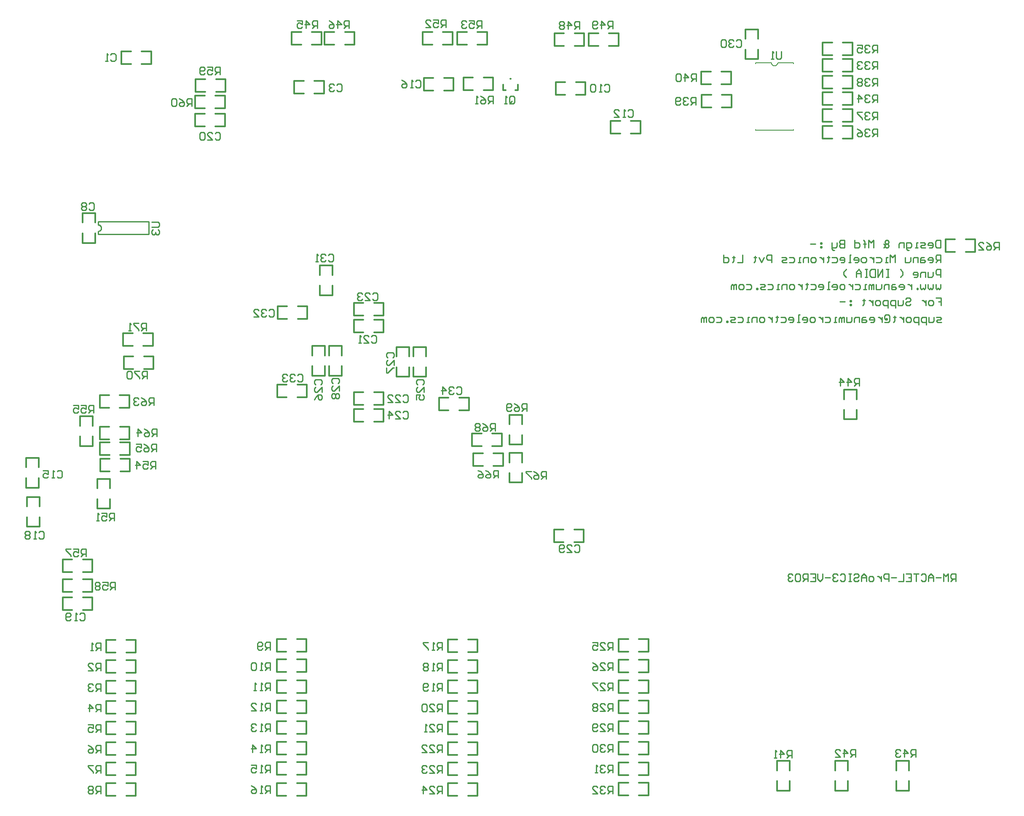
<source format=gbo>
%FSLAX42Y42*%
%MOMM*%
G71*
G01*
G75*
%ADD10C,0.20*%
%ADD11R,1.90X2.29*%
%ADD12R,1.52X1.52*%
%ADD13R,0.28X1.78*%
%ADD14R,1.78X0.28*%
%ADD15R,1.78X0.28*%
%ADD16O,1.78X0.28*%
%ADD17C,1.00*%
%ADD18C,0.40*%
%ADD19C,0.50*%
%ADD20C,0.80*%
%ADD21C,0.70*%
%ADD22C,0.20*%
%ADD23C,0.25*%
%ADD24C,0.30*%
%ADD25C,1.00*%
%ADD26C,0.70*%
%ADD27C,0.65*%
%ADD28O,2.00X1.50*%
%ADD29C,2.00*%
%ADD30C,4.00*%
%ADD31O,1.75X2.00*%
%ADD32R,1.75X2.00*%
%ADD33O,2.00X1.70*%
%ADD34O,2.00X1.70*%
%ADD35R,2.00X1.70*%
%ADD36C,1.52*%
%ADD37R,1.70X2.00*%
%ADD38O,1.70X2.00*%
%ADD39O,1.60X2.00*%
%ADD40R,1.60X2.00*%
%ADD41R,1.70X2.00*%
%ADD42O,1.70X2.00*%
%ADD43C,1.50*%
%ADD44R,2.00X1.75*%
%ADD45O,2.00X1.75*%
%ADD46O,2.00X1.60*%
%ADD47R,2.00X1.60*%
%ADD48O,2.00X1.60*%
%ADD49R,1.75X2.00*%
%ADD50O,1.75X2.00*%
%ADD51C,3.50*%
%ADD52C,3.50*%
%ADD53C,2.25*%
%ADD54C,3.50*%
%ADD55C,2.50*%
%ADD56C,1.75*%
%ADD57C,1.50*%
%ADD58R,1.75X2.20*%
%ADD59R,1.75X2.20*%
%ADD60C,3.00*%
%ADD61R,5.00X2.50*%
%ADD62R,2.50X5.00*%
%ADD63C,2.00*%
%ADD64R,2.00X2.00*%
%ADD65O,2.00X2.50*%
%ADD66C,1.27*%
%ADD67R,0.91X0.91*%
%ADD68R,0.91X1.27*%
%ADD69O,0.61X3.05*%
%ADD70O,0.61X6.10*%
%ADD71O,3.81X0.80*%
%ADD72C,0.30*%
%ADD73C,0.25*%
%ADD74C,0.31*%
%ADD75C,0.54*%
%ADD76C,0.35*%
D22*
X30449Y26702D02*
X30454Y26677D01*
X30468Y26657D01*
X30488Y26643D01*
X30513Y26638D01*
X30537Y26643D01*
X30557Y26657D01*
X30571Y26677D01*
X30576Y26702D01*
X30133D02*
X30449D01*
X30133Y26683D02*
Y26702D01*
Y25342D02*
Y25360D01*
Y25342D02*
X30893D01*
Y25360D01*
Y26683D02*
Y26702D01*
X30576D02*
X30893D01*
D23*
X16921Y23314D02*
X16945Y23319D01*
X16966Y23333D01*
X16979Y23353D01*
X16984Y23378D01*
X16979Y23402D01*
X16966Y23423D01*
X16945Y23436D01*
X16921Y23441D01*
Y23505D02*
X17937D01*
Y23251D02*
Y23505D01*
X16921Y23251D02*
X17937D01*
X16921D02*
Y23314D01*
Y23441D02*
Y23505D01*
X24900Y19299D02*
Y19451D01*
X24824D01*
X24798Y19426D01*
Y19375D01*
X24824Y19349D01*
X24900D01*
X24849D02*
X24798Y19299D01*
X24646Y19451D02*
X24697Y19426D01*
X24747Y19375D01*
Y19324D01*
X24722Y19299D01*
X24671D01*
X24646Y19324D01*
Y19349D01*
X24671Y19375D01*
X24747D01*
X24595Y19426D02*
X24570Y19451D01*
X24519D01*
X24493Y19426D01*
Y19400D01*
X24519Y19375D01*
X24493Y19349D01*
Y19324D01*
X24519Y19299D01*
X24570D01*
X24595Y19324D01*
Y19349D01*
X24570Y19375D01*
X24595Y19400D01*
Y19426D01*
X24570Y19375D02*
X24519D01*
X25530Y19697D02*
Y19849D01*
X25454D01*
X25429Y19824D01*
Y19773D01*
X25454Y19747D01*
X25530D01*
X25479D02*
X25429Y19697D01*
X25276Y19849D02*
X25327Y19824D01*
X25378Y19773D01*
Y19722D01*
X25352Y19697D01*
X25302D01*
X25276Y19722D01*
Y19747D01*
X25302Y19773D01*
X25378D01*
X25225Y19722D02*
X25200Y19697D01*
X25149D01*
X25124Y19722D01*
Y19824D01*
X25149Y19849D01*
X25200D01*
X25225Y19824D01*
Y19798D01*
X25200Y19773D01*
X25124D01*
X25926Y18333D02*
Y18485D01*
X25850D01*
X25825Y18460D01*
Y18409D01*
X25850Y18384D01*
X25926D01*
X25876D02*
X25825Y18333D01*
X25672Y18485D02*
X25723Y18460D01*
X25774Y18409D01*
Y18358D01*
X25749Y18333D01*
X25698D01*
X25672Y18358D01*
Y18384D01*
X25698Y18409D01*
X25774D01*
X25622Y18485D02*
X25520D01*
Y18460D01*
X25622Y18358D01*
Y18333D01*
X24961Y18356D02*
Y18508D01*
X24885D01*
X24860Y18483D01*
Y18432D01*
X24885Y18406D01*
X24961D01*
X24910D02*
X24860Y18356D01*
X24707Y18508D02*
X24758Y18483D01*
X24809Y18432D01*
Y18381D01*
X24783Y18356D01*
X24733D01*
X24707Y18381D01*
Y18406D01*
X24733Y18432D01*
X24809D01*
X24555Y18508D02*
X24606Y18483D01*
X24656Y18432D01*
Y18381D01*
X24631Y18356D01*
X24580D01*
X24555Y18381D01*
Y18406D01*
X24580Y18432D01*
X24656D01*
X18088Y18881D02*
Y19034D01*
X18012D01*
X17986Y19008D01*
Y18958D01*
X18012Y18932D01*
X18088D01*
X18037D02*
X17986Y18881D01*
X17834Y19034D02*
X17885Y19008D01*
X17936Y18958D01*
Y18907D01*
X17910Y18881D01*
X17859D01*
X17834Y18907D01*
Y18932D01*
X17859Y18958D01*
X17936D01*
X17682Y19034D02*
X17783D01*
Y18958D01*
X17732Y18983D01*
X17707D01*
X17682Y18958D01*
Y18907D01*
X17707Y18881D01*
X17758D01*
X17783Y18907D01*
X18037Y19815D02*
Y19967D01*
X17961D01*
X17936Y19942D01*
Y19891D01*
X17961Y19865D01*
X18037D01*
X17987D02*
X17936Y19815D01*
X17783Y19967D02*
X17834Y19942D01*
X17885Y19891D01*
Y19840D01*
X17860Y19815D01*
X17809D01*
X17783Y19840D01*
Y19865D01*
X17809Y19891D01*
X17885D01*
X17733Y19942D02*
X17707Y19967D01*
X17656D01*
X17631Y19942D01*
Y19916D01*
X17656Y19891D01*
X17682D01*
X17656D01*
X17631Y19865D01*
Y19840D01*
X17656Y19815D01*
X17707D01*
X17733Y19840D01*
X25187Y25902D02*
Y26003D01*
X25213Y26029D01*
X25263D01*
X25289Y26003D01*
Y25902D01*
X25263Y25877D01*
X25213D01*
X25238Y25927D02*
X25187Y25877D01*
X25213D02*
X25187Y25902D01*
X25136Y25877D02*
X25086D01*
X25111D01*
Y26029D01*
X25136Y26003D01*
X24854Y25882D02*
Y26034D01*
X24778D01*
X24753Y26009D01*
Y25958D01*
X24778Y25932D01*
X24854D01*
X24804D02*
X24753Y25882D01*
X24601Y26034D02*
X24651Y26009D01*
X24702Y25958D01*
Y25907D01*
X24677Y25882D01*
X24626D01*
X24601Y25907D01*
Y25932D01*
X24626Y25958D01*
X24702D01*
X24550Y25882D02*
X24499D01*
X24524D01*
Y26034D01*
X24550Y26009D01*
X29741Y27144D02*
X29767Y27169D01*
X29818D01*
X29843Y27144D01*
Y27042D01*
X29818Y27017D01*
X29767D01*
X29741Y27042D01*
X29691Y27144D02*
X29665Y27169D01*
X29615D01*
X29589Y27144D01*
Y27119D01*
X29615Y27093D01*
X29640D01*
X29615D01*
X29589Y27068D01*
Y27042D01*
X29615Y27017D01*
X29665D01*
X29691Y27042D01*
X29538Y27144D02*
X29513Y27169D01*
X29462D01*
X29437Y27144D01*
Y27042D01*
X29462Y27017D01*
X29513D01*
X29538Y27042D01*
Y27144D01*
X21715Y26250D02*
X21740Y26275D01*
X21791D01*
X21817Y26250D01*
Y26148D01*
X21791Y26123D01*
X21740D01*
X21715Y26148D01*
X21664Y26250D02*
X21639Y26275D01*
X21588D01*
X21563Y26250D01*
Y26224D01*
X21588Y26199D01*
X21614D01*
X21588D01*
X21563Y26174D01*
Y26148D01*
X21588Y26123D01*
X21639D01*
X21664Y26148D01*
X16737Y23860D02*
X16762Y23885D01*
X16813D01*
X16838Y23860D01*
Y23758D01*
X16813Y23733D01*
X16762D01*
X16737Y23758D01*
X16686Y23860D02*
X16661Y23885D01*
X16610D01*
X16584Y23860D01*
Y23834D01*
X16610Y23809D01*
X16584Y23784D01*
Y23758D01*
X16610Y23733D01*
X16661D01*
X16686Y23758D01*
Y23784D01*
X16661Y23809D01*
X16686Y23834D01*
Y23860D01*
X16661Y23809D02*
X16610D01*
X27090Y26240D02*
X27115Y26265D01*
X27166D01*
X27191Y26240D01*
Y26138D01*
X27166Y26113D01*
X27115D01*
X27090Y26138D01*
X27039Y26113D02*
X26988D01*
X27014D01*
Y26265D01*
X27039Y26240D01*
X26912D02*
X26887Y26265D01*
X26836D01*
X26810Y26240D01*
Y26138D01*
X26836Y26113D01*
X26887D01*
X26912Y26138D01*
Y26240D01*
X27565Y25737D02*
X27590Y25762D01*
X27641D01*
X27666Y25737D01*
Y25635D01*
X27641Y25610D01*
X27590D01*
X27565Y25635D01*
X27514Y25610D02*
X27463D01*
X27489D01*
Y25762D01*
X27514Y25737D01*
X27285Y25610D02*
X27387D01*
X27285Y25711D01*
Y25737D01*
X27311Y25762D01*
X27362D01*
X27387Y25737D01*
X23295Y26324D02*
X23320Y26349D01*
X23371D01*
X23397Y26324D01*
Y26222D01*
X23371Y26197D01*
X23320D01*
X23295Y26222D01*
X23244Y26197D02*
X23193D01*
X23219D01*
Y26349D01*
X23244Y26324D01*
X23016Y26349D02*
X23066Y26324D01*
X23117Y26273D01*
Y26222D01*
X23092Y26197D01*
X23041D01*
X23016Y26222D01*
Y26247D01*
X23041Y26273D01*
X23117D01*
X19272Y25280D02*
X19297Y25305D01*
X19348D01*
X19373Y25280D01*
Y25178D01*
X19348Y25153D01*
X19297D01*
X19272Y25178D01*
X19119Y25153D02*
X19221D01*
X19119Y25254D01*
Y25280D01*
X19145Y25305D01*
X19195D01*
X19221Y25280D01*
X19068D02*
X19043Y25305D01*
X18992D01*
X18967Y25280D01*
Y25178D01*
X18992Y25153D01*
X19043D01*
X19068Y25178D01*
Y25280D01*
X32576Y26570D02*
Y26722D01*
X32500D01*
X32475Y26697D01*
Y26646D01*
X32500Y26621D01*
X32576D01*
X32525D02*
X32475Y26570D01*
X32424Y26697D02*
X32398Y26722D01*
X32348D01*
X32322Y26697D01*
Y26672D01*
X32348Y26646D01*
X32373D01*
X32348D01*
X32322Y26621D01*
Y26595D01*
X32348Y26570D01*
X32398D01*
X32424Y26595D01*
X32271Y26697D02*
X32246Y26722D01*
X32195D01*
X32170Y26697D01*
Y26672D01*
X32195Y26646D01*
X32221D01*
X32195D01*
X32170Y26621D01*
Y26595D01*
X32195Y26570D01*
X32246D01*
X32271Y26595D01*
X32576Y25902D02*
Y26054D01*
X32500D01*
X32475Y26029D01*
Y25978D01*
X32500Y25953D01*
X32576D01*
X32525D02*
X32475Y25902D01*
X32424Y26029D02*
X32398Y26054D01*
X32348D01*
X32322Y26029D01*
Y26003D01*
X32348Y25978D01*
X32373D01*
X32348D01*
X32322Y25953D01*
Y25927D01*
X32348Y25902D01*
X32398D01*
X32424Y25927D01*
X32195Y25902D02*
Y26054D01*
X32271Y25978D01*
X32170D01*
X32576Y26905D02*
Y27058D01*
X32500D01*
X32475Y27032D01*
Y26981D01*
X32500Y26956D01*
X32576D01*
X32525D02*
X32475Y26905D01*
X32424Y27032D02*
X32398Y27058D01*
X32348D01*
X32322Y27032D01*
Y27007D01*
X32348Y26981D01*
X32373D01*
X32348D01*
X32322Y26956D01*
Y26931D01*
X32348Y26905D01*
X32398D01*
X32424Y26931D01*
X32170Y27058D02*
X32271D01*
Y26981D01*
X32221Y27007D01*
X32195D01*
X32170Y26981D01*
Y26931D01*
X32195Y26905D01*
X32246D01*
X32271Y26931D01*
X32576Y25221D02*
Y25374D01*
X32500D01*
X32475Y25348D01*
Y25297D01*
X32500Y25272D01*
X32576D01*
X32525D02*
X32475Y25221D01*
X32424Y25348D02*
X32398Y25374D01*
X32348D01*
X32322Y25348D01*
Y25323D01*
X32348Y25297D01*
X32373D01*
X32348D01*
X32322Y25272D01*
Y25247D01*
X32348Y25221D01*
X32398D01*
X32424Y25247D01*
X32170Y25374D02*
X32221Y25348D01*
X32271Y25297D01*
Y25247D01*
X32246Y25221D01*
X32195D01*
X32170Y25247D01*
Y25272D01*
X32195Y25297D01*
X32271D01*
X32576Y25559D02*
Y25711D01*
X32500D01*
X32475Y25686D01*
Y25635D01*
X32500Y25610D01*
X32576D01*
X32525D02*
X32475Y25559D01*
X32424Y25686D02*
X32398Y25711D01*
X32348D01*
X32322Y25686D01*
Y25661D01*
X32348Y25635D01*
X32373D01*
X32348D01*
X32322Y25610D01*
Y25584D01*
X32348Y25559D01*
X32398D01*
X32424Y25584D01*
X32271Y25711D02*
X32170D01*
Y25686D01*
X32271Y25584D01*
Y25559D01*
X32576Y26237D02*
Y26390D01*
X32500D01*
X32475Y26364D01*
Y26313D01*
X32500Y26288D01*
X32576D01*
X32525D02*
X32475Y26237D01*
X32424Y26364D02*
X32398Y26390D01*
X32348D01*
X32322Y26364D01*
Y26339D01*
X32348Y26313D01*
X32373D01*
X32348D01*
X32322Y26288D01*
Y26263D01*
X32348Y26237D01*
X32398D01*
X32424Y26263D01*
X32271Y26364D02*
X32246Y26390D01*
X32195D01*
X32170Y26364D01*
Y26339D01*
X32195Y26313D01*
X32170Y26288D01*
Y26263D01*
X32195Y26237D01*
X32246D01*
X32271Y26263D01*
Y26288D01*
X32246Y26313D01*
X32271Y26339D01*
Y26364D01*
X32246Y26313D02*
X32195D01*
X28926Y25851D02*
Y26003D01*
X28850D01*
X28825Y25978D01*
Y25927D01*
X28850Y25902D01*
X28926D01*
X28875D02*
X28825Y25851D01*
X28774Y25978D02*
X28748Y26003D01*
X28698D01*
X28672Y25978D01*
Y25953D01*
X28698Y25927D01*
X28723D01*
X28698D01*
X28672Y25902D01*
Y25877D01*
X28698Y25851D01*
X28748D01*
X28774Y25877D01*
X28621D02*
X28596Y25851D01*
X28545D01*
X28520Y25877D01*
Y25978D01*
X28545Y26003D01*
X28596D01*
X28621Y25978D01*
Y25953D01*
X28596Y25927D01*
X28520D01*
X28934Y26326D02*
Y26478D01*
X28858D01*
X28832Y26453D01*
Y26402D01*
X28858Y26377D01*
X28934D01*
X28883D02*
X28832Y26326D01*
X28705D02*
Y26478D01*
X28781Y26402D01*
X28680D01*
X28629Y26453D02*
X28604Y26478D01*
X28553D01*
X28527Y26453D01*
Y26351D01*
X28553Y26326D01*
X28604D01*
X28629Y26351D01*
Y26453D01*
X21324Y27398D02*
Y27550D01*
X21248D01*
X21222Y27525D01*
Y27474D01*
X21248Y27449D01*
X21324D01*
X21273D02*
X21222Y27398D01*
X21095D02*
Y27550D01*
X21172Y27474D01*
X21070D01*
X20918Y27550D02*
X21019D01*
Y27474D01*
X20968Y27500D01*
X20943D01*
X20918Y27474D01*
Y27423D01*
X20943Y27398D01*
X20994D01*
X21019Y27423D01*
X21964Y27398D02*
Y27550D01*
X21888D01*
X21862Y27525D01*
Y27474D01*
X21888Y27449D01*
X21964D01*
X21913D02*
X21862Y27398D01*
X21735D02*
Y27550D01*
X21812Y27474D01*
X21710D01*
X21558Y27550D02*
X21608Y27525D01*
X21659Y27474D01*
Y27423D01*
X21634Y27398D01*
X21583D01*
X21558Y27423D01*
Y27449D01*
X21583Y27474D01*
X21659D01*
X26594Y27375D02*
Y27527D01*
X26518D01*
X26493Y27502D01*
Y27451D01*
X26518Y27426D01*
X26594D01*
X26544D02*
X26493Y27375D01*
X26366D02*
Y27527D01*
X26442Y27451D01*
X26340D01*
X26290Y27502D02*
X26264Y27527D01*
X26214D01*
X26188Y27502D01*
Y27477D01*
X26214Y27451D01*
X26188Y27426D01*
Y27401D01*
X26214Y27375D01*
X26264D01*
X26290Y27401D01*
Y27426D01*
X26264Y27451D01*
X26290Y27477D01*
Y27502D01*
X26264Y27451D02*
X26214D01*
X27262Y27383D02*
Y27535D01*
X27186D01*
X27161Y27510D01*
Y27459D01*
X27186Y27434D01*
X27262D01*
X27212D02*
X27161Y27383D01*
X27034D02*
Y27535D01*
X27110Y27459D01*
X27008D01*
X26958Y27408D02*
X26932Y27383D01*
X26882D01*
X26856Y27408D01*
Y27510D01*
X26882Y27535D01*
X26932D01*
X26958Y27510D01*
Y27484D01*
X26932Y27459D01*
X26856D01*
X23905Y27411D02*
Y27563D01*
X23828D01*
X23803Y27538D01*
Y27487D01*
X23828Y27461D01*
X23905D01*
X23854D02*
X23803Y27411D01*
X23651Y27563D02*
X23752D01*
Y27487D01*
X23701Y27512D01*
X23676D01*
X23651Y27487D01*
Y27436D01*
X23676Y27411D01*
X23727D01*
X23752Y27436D01*
X23498Y27411D02*
X23600D01*
X23498Y27512D01*
Y27538D01*
X23524Y27563D01*
X23574D01*
X23600Y27538D01*
X24623Y27398D02*
Y27550D01*
X24547D01*
X24522Y27525D01*
Y27474D01*
X24547Y27449D01*
X24623D01*
X24573D02*
X24522Y27398D01*
X24369Y27550D02*
X24471D01*
Y27474D01*
X24420Y27500D01*
X24395D01*
X24369Y27474D01*
Y27423D01*
X24395Y27398D01*
X24446D01*
X24471Y27423D01*
X24319Y27525D02*
X24293Y27550D01*
X24242D01*
X24217Y27525D01*
Y27500D01*
X24242Y27474D01*
X24268D01*
X24242D01*
X24217Y27449D01*
Y27423D01*
X24242Y27398D01*
X24293D01*
X24319Y27423D01*
X19366Y26466D02*
Y26618D01*
X19289D01*
X19264Y26593D01*
Y26542D01*
X19289Y26517D01*
X19366D01*
X19315D02*
X19264Y26466D01*
X19112Y26618D02*
X19213D01*
Y26542D01*
X19162Y26567D01*
X19137D01*
X19112Y26542D01*
Y26491D01*
X19137Y26466D01*
X19188D01*
X19213Y26491D01*
X19061D02*
X19035Y26466D01*
X18985D01*
X18959Y26491D01*
Y26593D01*
X18985Y26618D01*
X19035D01*
X19061Y26593D01*
Y26567D01*
X19035Y26542D01*
X18959D01*
X18802Y25826D02*
Y25978D01*
X18725D01*
X18700Y25953D01*
Y25902D01*
X18725Y25877D01*
X18802D01*
X18751D02*
X18700Y25826D01*
X18548Y25978D02*
X18599Y25953D01*
X18649Y25902D01*
Y25851D01*
X18624Y25826D01*
X18573D01*
X18548Y25851D01*
Y25877D01*
X18573Y25902D01*
X18649D01*
X18497Y25953D02*
X18472Y25978D01*
X18421D01*
X18395Y25953D01*
Y25851D01*
X18421Y25826D01*
X18472D01*
X18497Y25851D01*
Y25953D01*
X30643Y26931D02*
Y26804D01*
X30618Y26778D01*
X30567D01*
X30542Y26804D01*
Y26931D01*
X30491Y26778D02*
X30440D01*
X30465D01*
Y26931D01*
X30491Y26905D01*
X17997Y23497D02*
X18123D01*
X18149Y23471D01*
Y23420D01*
X18123Y23395D01*
X17997D01*
X18022Y23344D02*
X17997Y23319D01*
Y23268D01*
X18022Y23243D01*
X18047D01*
X18073Y23268D01*
Y23293D01*
Y23268D01*
X18098Y23243D01*
X18123D01*
X18149Y23268D01*
Y23319D01*
X18123Y23344D01*
X30857Y12727D02*
Y12879D01*
X30780D01*
X30755Y12854D01*
Y12803D01*
X30780Y12778D01*
X30857D01*
X30806D02*
X30755Y12727D01*
X30628D02*
Y12879D01*
X30704Y12803D01*
X30603D01*
X30552Y12727D02*
X30501D01*
X30526D01*
Y12879D01*
X30552Y12854D01*
X32137Y12747D02*
Y12900D01*
X32060D01*
X32035Y12874D01*
Y12823D01*
X32060Y12798D01*
X32137D01*
X32086D02*
X32035Y12747D01*
X31908D02*
Y12900D01*
X31984Y12823D01*
X31883D01*
X31730Y12747D02*
X31832D01*
X31730Y12849D01*
Y12874D01*
X31756Y12900D01*
X31807D01*
X31832Y12874D01*
X33346Y12750D02*
Y12902D01*
X33270D01*
X33244Y12877D01*
Y12826D01*
X33270Y12801D01*
X33346D01*
X33295D02*
X33244Y12750D01*
X33117D02*
Y12902D01*
X33193Y12826D01*
X33092D01*
X33041Y12877D02*
X33016Y12902D01*
X32965D01*
X32939Y12877D01*
Y12851D01*
X32965Y12826D01*
X32990D01*
X32965D01*
X32939Y12801D01*
Y12775D01*
X32965Y12750D01*
X33016D01*
X33041Y12775D01*
X22406Y21198D02*
X22431Y21223D01*
X22482D01*
X22508Y21198D01*
Y21096D01*
X22482Y21071D01*
X22431D01*
X22406Y21096D01*
X22254Y21071D02*
X22355D01*
X22254Y21172D01*
Y21198D01*
X22279Y21223D01*
X22330D01*
X22355Y21198D01*
X22203Y21071D02*
X22152D01*
X22177D01*
Y21223D01*
X22203Y21198D01*
X23043Y20004D02*
X23069Y20029D01*
X23120D01*
X23145Y20004D01*
Y19902D01*
X23120Y19877D01*
X23069D01*
X23043Y19902D01*
X22891Y19877D02*
X22993D01*
X22891Y19979D01*
Y20004D01*
X22917Y20029D01*
X22967D01*
X22993Y20004D01*
X22739Y19877D02*
X22840D01*
X22739Y19979D01*
Y20004D01*
X22764Y20029D01*
X22815D01*
X22840Y20004D01*
X22434Y22049D02*
X22459Y22074D01*
X22510D01*
X22535Y22049D01*
Y21947D01*
X22510Y21922D01*
X22459D01*
X22434Y21947D01*
X22282Y21922D02*
X22383D01*
X22282Y22023D01*
Y22049D01*
X22307Y22074D01*
X22358D01*
X22383Y22049D01*
X22231D02*
X22205Y22074D01*
X22155D01*
X22129Y22049D01*
Y22023D01*
X22155Y21998D01*
X22180D01*
X22155D01*
X22129Y21973D01*
Y21947D01*
X22155Y21922D01*
X22205D01*
X22231Y21947D01*
X23043Y19674D02*
X23069Y19699D01*
X23120D01*
X23145Y19674D01*
Y19572D01*
X23120Y19547D01*
X23069D01*
X23043Y19572D01*
X22891Y19547D02*
X22993D01*
X22891Y19648D01*
Y19674D01*
X22917Y19699D01*
X22967D01*
X22993Y19674D01*
X22764Y19547D02*
Y19699D01*
X22840Y19623D01*
X22739D01*
X23341Y20233D02*
X23315Y20258D01*
Y20309D01*
X23341Y20334D01*
X23442D01*
X23468Y20309D01*
Y20258D01*
X23442Y20233D01*
X23468Y20080D02*
Y20182D01*
X23366Y20080D01*
X23341D01*
X23315Y20106D01*
Y20157D01*
X23341Y20182D01*
X23315Y19928D02*
Y20030D01*
X23391D01*
X23366Y19979D01*
Y19953D01*
X23391Y19928D01*
X23442D01*
X23468Y19953D01*
Y20004D01*
X23442Y20030D01*
X21291Y20230D02*
X21266Y20256D01*
Y20306D01*
X21291Y20332D01*
X21392D01*
X21418Y20306D01*
Y20256D01*
X21392Y20230D01*
X21418Y20078D02*
Y20179D01*
X21316Y20078D01*
X21291D01*
X21266Y20103D01*
Y20154D01*
X21291Y20179D01*
X21266Y19925D02*
X21291Y19976D01*
X21342Y20027D01*
X21392D01*
X21418Y20002D01*
Y19951D01*
X21392Y19925D01*
X21367D01*
X21342Y19951D01*
Y20027D01*
X22739Y20774D02*
X22713Y20799D01*
Y20850D01*
X22739Y20875D01*
X22840D01*
X22866Y20850D01*
Y20799D01*
X22840Y20774D01*
X22866Y20621D02*
Y20723D01*
X22764Y20621D01*
X22739D01*
X22713Y20647D01*
Y20698D01*
X22739Y20723D01*
X22713Y20571D02*
Y20469D01*
X22739D01*
X22840Y20571D01*
X22866D01*
X21641Y20253D02*
X21616Y20278D01*
Y20329D01*
X21641Y20355D01*
X21743D01*
X21768Y20329D01*
Y20278D01*
X21743Y20253D01*
X21768Y20101D02*
Y20202D01*
X21667Y20101D01*
X21641D01*
X21616Y20126D01*
Y20177D01*
X21641Y20202D01*
Y20050D02*
X21616Y20024D01*
Y19974D01*
X21641Y19948D01*
X21667D01*
X21692Y19974D01*
X21718Y19948D01*
X21743D01*
X21768Y19974D01*
Y20024D01*
X21743Y20050D01*
X21718D01*
X21692Y20024D01*
X21667Y20050D01*
X21641D01*
X21692Y20024D02*
Y19974D01*
X16970Y14888D02*
Y15041D01*
X16894D01*
X16869Y15015D01*
Y14965D01*
X16894Y14939D01*
X16970D01*
X16920D02*
X16869Y14888D01*
X16818D02*
X16767D01*
X16793D01*
Y15041D01*
X16818Y15015D01*
X16970Y14482D02*
Y14634D01*
X16894D01*
X16869Y14609D01*
Y14558D01*
X16894Y14533D01*
X16970D01*
X16920D02*
X16869Y14482D01*
X16716D02*
X16818D01*
X16716Y14584D01*
Y14609D01*
X16742Y14634D01*
X16793D01*
X16818Y14609D01*
X16970Y14066D02*
Y14218D01*
X16894D01*
X16869Y14192D01*
Y14142D01*
X16894Y14116D01*
X16970D01*
X16920D02*
X16869Y14066D01*
X16818Y14192D02*
X16793Y14218D01*
X16742D01*
X16716Y14192D01*
Y14167D01*
X16742Y14142D01*
X16767D01*
X16742D01*
X16716Y14116D01*
Y14091D01*
X16742Y14066D01*
X16793D01*
X16818Y14091D01*
X16970Y13657D02*
Y13809D01*
X16894D01*
X16869Y13784D01*
Y13733D01*
X16894Y13707D01*
X16970D01*
X16920D02*
X16869Y13657D01*
X16742D02*
Y13809D01*
X16818Y13733D01*
X16716D01*
X16970Y13245D02*
Y13397D01*
X16894D01*
X16869Y13372D01*
Y13321D01*
X16894Y13296D01*
X16970D01*
X16920D02*
X16869Y13245D01*
X16716Y13397D02*
X16818D01*
Y13321D01*
X16767Y13347D01*
X16742D01*
X16716Y13321D01*
Y13270D01*
X16742Y13245D01*
X16793D01*
X16818Y13270D01*
X16970Y12834D02*
Y12986D01*
X16894D01*
X16869Y12961D01*
Y12910D01*
X16894Y12884D01*
X16970D01*
X16920D02*
X16869Y12834D01*
X16716Y12986D02*
X16767Y12961D01*
X16818Y12910D01*
Y12859D01*
X16793Y12834D01*
X16742D01*
X16716Y12859D01*
Y12884D01*
X16742Y12910D01*
X16818D01*
X16970Y12422D02*
Y12574D01*
X16894D01*
X16869Y12549D01*
Y12498D01*
X16894Y12473D01*
X16970D01*
X16920D02*
X16869Y12422D01*
X16818Y12574D02*
X16716D01*
Y12549D01*
X16818Y12448D01*
Y12422D01*
X16970Y12013D02*
Y12166D01*
X16894D01*
X16869Y12140D01*
Y12089D01*
X16894Y12064D01*
X16970D01*
X16920D02*
X16869Y12013D01*
X16818Y12140D02*
X16793Y12166D01*
X16742D01*
X16716Y12140D01*
Y12115D01*
X16742Y12089D01*
X16716Y12064D01*
Y12039D01*
X16742Y12013D01*
X16793D01*
X16818Y12039D01*
Y12064D01*
X16793Y12089D01*
X16818Y12115D01*
Y12140D01*
X16793Y12089D02*
X16742D01*
X20376Y14901D02*
Y15054D01*
X20300D01*
X20275Y15028D01*
Y14977D01*
X20300Y14952D01*
X20376D01*
X20326D02*
X20275Y14901D01*
X20224Y14927D02*
X20199Y14901D01*
X20148D01*
X20122Y14927D01*
Y15028D01*
X20148Y15054D01*
X20199D01*
X20224Y15028D01*
Y15003D01*
X20199Y14977D01*
X20122D01*
X20376Y14490D02*
Y14642D01*
X20300D01*
X20275Y14617D01*
Y14566D01*
X20300Y14540D01*
X20376D01*
X20326D02*
X20275Y14490D01*
X20224D02*
X20173D01*
X20199D01*
Y14642D01*
X20224Y14617D01*
X20097D02*
X20072Y14642D01*
X20021D01*
X19995Y14617D01*
Y14515D01*
X20021Y14490D01*
X20072D01*
X20097Y14515D01*
Y14617D01*
X20376Y14083D02*
Y14236D01*
X20300D01*
X20275Y14210D01*
Y14159D01*
X20300Y14134D01*
X20376D01*
X20326D02*
X20275Y14083D01*
X20224D02*
X20173D01*
X20199D01*
Y14236D01*
X20224Y14210D01*
X20097Y14083D02*
X20046D01*
X20072D01*
Y14236D01*
X20097Y14210D01*
X20376Y13674D02*
Y13827D01*
X20300D01*
X20275Y13801D01*
Y13751D01*
X20300Y13725D01*
X20376D01*
X20326D02*
X20275Y13674D01*
X20224D02*
X20173D01*
X20199D01*
Y13827D01*
X20224Y13801D01*
X19995Y13674D02*
X20097D01*
X19995Y13776D01*
Y13801D01*
X20021Y13827D01*
X20072D01*
X20097Y13801D01*
X20376Y13263D02*
Y13415D01*
X20300D01*
X20275Y13390D01*
Y13339D01*
X20300Y13314D01*
X20376D01*
X20326D02*
X20275Y13263D01*
X20224D02*
X20173D01*
X20199D01*
Y13415D01*
X20224Y13390D01*
X20097D02*
X20072Y13415D01*
X20021D01*
X19995Y13390D01*
Y13364D01*
X20021Y13339D01*
X20046D01*
X20021D01*
X19995Y13314D01*
Y13288D01*
X20021Y13263D01*
X20072D01*
X20097Y13288D01*
X20376Y12844D02*
Y12996D01*
X20300D01*
X20275Y12971D01*
Y12920D01*
X20300Y12895D01*
X20376D01*
X20326D02*
X20275Y12844D01*
X20224D02*
X20173D01*
X20199D01*
Y12996D01*
X20224Y12971D01*
X20021Y12844D02*
Y12996D01*
X20097Y12920D01*
X19995D01*
X20376Y12432D02*
Y12585D01*
X20300D01*
X20275Y12559D01*
Y12508D01*
X20300Y12483D01*
X20376D01*
X20326D02*
X20275Y12432D01*
X20224D02*
X20173D01*
X20199D01*
Y12585D01*
X20224Y12559D01*
X19995Y12585D02*
X20097D01*
Y12508D01*
X20046Y12534D01*
X20021D01*
X19995Y12508D01*
Y12458D01*
X20021Y12432D01*
X20072D01*
X20097Y12458D01*
X20376Y12016D02*
Y12168D01*
X20300D01*
X20275Y12143D01*
Y12092D01*
X20300Y12067D01*
X20376D01*
X20326D02*
X20275Y12016D01*
X20224D02*
X20173D01*
X20199D01*
Y12168D01*
X20224Y12143D01*
X19995Y12168D02*
X20046Y12143D01*
X20097Y12092D01*
Y12041D01*
X20072Y12016D01*
X20021D01*
X19995Y12041D01*
Y12067D01*
X20021Y12092D01*
X20097D01*
X23827Y14894D02*
Y15046D01*
X23751D01*
X23726Y15021D01*
Y14970D01*
X23751Y14944D01*
X23827D01*
X23777D02*
X23726Y14894D01*
X23675D02*
X23624D01*
X23650D01*
Y15046D01*
X23675Y15021D01*
X23548Y15046D02*
X23446D01*
Y15021D01*
X23548Y14919D01*
Y14894D01*
X23827Y14485D02*
Y14637D01*
X23751D01*
X23726Y14612D01*
Y14561D01*
X23751Y14535D01*
X23827D01*
X23777D02*
X23726Y14485D01*
X23675D02*
X23624D01*
X23650D01*
Y14637D01*
X23675Y14612D01*
X23548D02*
X23523Y14637D01*
X23472D01*
X23446Y14612D01*
Y14586D01*
X23472Y14561D01*
X23446Y14535D01*
Y14510D01*
X23472Y14485D01*
X23523D01*
X23548Y14510D01*
Y14535D01*
X23523Y14561D01*
X23548Y14586D01*
Y14612D01*
X23523Y14561D02*
X23472D01*
X23827Y14076D02*
Y14228D01*
X23751D01*
X23726Y14203D01*
Y14152D01*
X23751Y14126D01*
X23827D01*
X23777D02*
X23726Y14076D01*
X23675D02*
X23624D01*
X23650D01*
Y14228D01*
X23675Y14203D01*
X23548Y14101D02*
X23523Y14076D01*
X23472D01*
X23446Y14101D01*
Y14203D01*
X23472Y14228D01*
X23523D01*
X23548Y14203D01*
Y14177D01*
X23523Y14152D01*
X23446D01*
X23827Y13659D02*
Y13811D01*
X23751D01*
X23726Y13786D01*
Y13735D01*
X23751Y13710D01*
X23827D01*
X23777D02*
X23726Y13659D01*
X23573D02*
X23675D01*
X23573Y13761D01*
Y13786D01*
X23599Y13811D01*
X23650D01*
X23675Y13786D01*
X23523D02*
X23497Y13811D01*
X23446D01*
X23421Y13786D01*
Y13685D01*
X23446Y13659D01*
X23497D01*
X23523Y13685D01*
Y13786D01*
X23827Y13253D02*
Y13405D01*
X23751D01*
X23726Y13380D01*
Y13329D01*
X23751Y13304D01*
X23827D01*
X23777D02*
X23726Y13253D01*
X23573D02*
X23675D01*
X23573Y13354D01*
Y13380D01*
X23599Y13405D01*
X23650D01*
X23675Y13380D01*
X23523Y13253D02*
X23472D01*
X23497D01*
Y13405D01*
X23523Y13380D01*
X23827Y12839D02*
Y12991D01*
X23751D01*
X23726Y12966D01*
Y12915D01*
X23751Y12889D01*
X23827D01*
X23777D02*
X23726Y12839D01*
X23573D02*
X23675D01*
X23573Y12940D01*
Y12966D01*
X23599Y12991D01*
X23650D01*
X23675Y12966D01*
X23421Y12839D02*
X23523D01*
X23421Y12940D01*
Y12966D01*
X23446Y12991D01*
X23497D01*
X23523Y12966D01*
X23827Y12422D02*
Y12574D01*
X23751D01*
X23726Y12549D01*
Y12498D01*
X23751Y12473D01*
X23827D01*
X23777D02*
X23726Y12422D01*
X23573D02*
X23675D01*
X23573Y12524D01*
Y12549D01*
X23599Y12574D01*
X23650D01*
X23675Y12549D01*
X23523D02*
X23497Y12574D01*
X23446D01*
X23421Y12549D01*
Y12524D01*
X23446Y12498D01*
X23472D01*
X23446D01*
X23421Y12473D01*
Y12448D01*
X23446Y12422D01*
X23497D01*
X23523Y12448D01*
X23827Y12008D02*
Y12160D01*
X23751D01*
X23726Y12135D01*
Y12084D01*
X23751Y12059D01*
X23827D01*
X23777D02*
X23726Y12008D01*
X23573D02*
X23675D01*
X23573Y12110D01*
Y12135D01*
X23599Y12160D01*
X23650D01*
X23675Y12135D01*
X23446Y12008D02*
Y12160D01*
X23523Y12084D01*
X23421D01*
X27263Y14899D02*
Y15051D01*
X27187D01*
X27161Y15026D01*
Y14975D01*
X27187Y14949D01*
X27263D01*
X27212D02*
X27161Y14899D01*
X27009D02*
X27111D01*
X27009Y15000D01*
Y15026D01*
X27034Y15051D01*
X27085D01*
X27111Y15026D01*
X26857Y15051D02*
X26958D01*
Y14975D01*
X26907Y15000D01*
X26882D01*
X26857Y14975D01*
Y14924D01*
X26882Y14899D01*
X26933D01*
X26958Y14924D01*
X27263Y14492D02*
Y14645D01*
X27187D01*
X27161Y14619D01*
Y14568D01*
X27187Y14543D01*
X27263D01*
X27212D02*
X27161Y14492D01*
X27009D02*
X27111D01*
X27009Y14594D01*
Y14619D01*
X27034Y14645D01*
X27085D01*
X27111Y14619D01*
X26857Y14645D02*
X26907Y14619D01*
X26958Y14568D01*
Y14518D01*
X26933Y14492D01*
X26882D01*
X26857Y14518D01*
Y14543D01*
X26882Y14568D01*
X26958D01*
X27263Y14081D02*
Y14233D01*
X27187D01*
X27161Y14208D01*
Y14157D01*
X27187Y14132D01*
X27263D01*
X27212D02*
X27161Y14081D01*
X27009D02*
X27111D01*
X27009Y14182D01*
Y14208D01*
X27034Y14233D01*
X27085D01*
X27111Y14208D01*
X26958Y14233D02*
X26857D01*
Y14208D01*
X26958Y14106D01*
Y14081D01*
X27263Y13667D02*
Y13819D01*
X27187D01*
X27161Y13794D01*
Y13743D01*
X27187Y13718D01*
X27263D01*
X27212D02*
X27161Y13667D01*
X27009D02*
X27111D01*
X27009Y13768D01*
Y13794D01*
X27034Y13819D01*
X27085D01*
X27111Y13794D01*
X26958D02*
X26933Y13819D01*
X26882D01*
X26857Y13794D01*
Y13768D01*
X26882Y13743D01*
X26857Y13718D01*
Y13692D01*
X26882Y13667D01*
X26933D01*
X26958Y13692D01*
Y13718D01*
X26933Y13743D01*
X26958Y13768D01*
Y13794D01*
X26933Y13743D02*
X26882D01*
X27263Y13260D02*
Y13413D01*
X27187D01*
X27161Y13387D01*
Y13337D01*
X27187Y13311D01*
X27263D01*
X27212D02*
X27161Y13260D01*
X27009D02*
X27111D01*
X27009Y13362D01*
Y13387D01*
X27034Y13413D01*
X27085D01*
X27111Y13387D01*
X26958Y13286D02*
X26933Y13260D01*
X26882D01*
X26857Y13286D01*
Y13387D01*
X26882Y13413D01*
X26933D01*
X26958Y13387D01*
Y13362D01*
X26933Y13337D01*
X26857D01*
X27263Y12846D02*
Y12999D01*
X27187D01*
X27161Y12973D01*
Y12922D01*
X27187Y12897D01*
X27263D01*
X27212D02*
X27161Y12846D01*
X27111Y12973D02*
X27085Y12999D01*
X27034D01*
X27009Y12973D01*
Y12948D01*
X27034Y12922D01*
X27060D01*
X27034D01*
X27009Y12897D01*
Y12872D01*
X27034Y12846D01*
X27085D01*
X27111Y12872D01*
X26958Y12973D02*
X26933Y12999D01*
X26882D01*
X26857Y12973D01*
Y12872D01*
X26882Y12846D01*
X26933D01*
X26958Y12872D01*
Y12973D01*
X27263Y12432D02*
Y12585D01*
X27187D01*
X27161Y12559D01*
Y12508D01*
X27187Y12483D01*
X27263D01*
X27212D02*
X27161Y12432D01*
X27111Y12559D02*
X27085Y12585D01*
X27034D01*
X27009Y12559D01*
Y12534D01*
X27034Y12508D01*
X27060D01*
X27034D01*
X27009Y12483D01*
Y12458D01*
X27034Y12432D01*
X27085D01*
X27111Y12458D01*
X26958Y12432D02*
X26907D01*
X26933D01*
Y12585D01*
X26958Y12559D01*
X27263Y12013D02*
Y12166D01*
X27187D01*
X27161Y12140D01*
Y12089D01*
X27187Y12064D01*
X27263D01*
X27212D02*
X27161Y12013D01*
X27111Y12140D02*
X27085Y12166D01*
X27034D01*
X27009Y12140D01*
Y12115D01*
X27034Y12089D01*
X27060D01*
X27034D01*
X27009Y12064D01*
Y12039D01*
X27034Y12013D01*
X27085D01*
X27111Y12039D01*
X26857Y12013D02*
X26958D01*
X26857Y12115D01*
Y12140D01*
X26882Y12166D01*
X26933D01*
X26958Y12140D01*
X17172Y26861D02*
X17197Y26886D01*
X17248D01*
X17274Y26861D01*
Y26759D01*
X17248Y26734D01*
X17197D01*
X17172Y26759D01*
X17121Y26734D02*
X17070D01*
X17096D01*
Y26886D01*
X17121Y26861D01*
X16097Y18483D02*
X16122Y18508D01*
X16173D01*
X16198Y18483D01*
Y18381D01*
X16173Y18356D01*
X16122D01*
X16097Y18381D01*
X16046Y18356D02*
X15995D01*
X16020D01*
Y18508D01*
X16046Y18483D01*
X15817Y18508D02*
X15919D01*
Y18432D01*
X15868Y18457D01*
X15843D01*
X15817Y18432D01*
Y18381D01*
X15843Y18356D01*
X15893D01*
X15919Y18381D01*
X15731Y17256D02*
X15756Y17281D01*
X15807D01*
X15832Y17256D01*
Y17154D01*
X15807Y17129D01*
X15756D01*
X15731Y17154D01*
X15680Y17129D02*
X15629D01*
X15655D01*
Y17281D01*
X15680Y17256D01*
X15553D02*
X15528Y17281D01*
X15477D01*
X15452Y17256D01*
Y17230D01*
X15477Y17205D01*
X15452Y17180D01*
Y17154D01*
X15477Y17129D01*
X15528D01*
X15553Y17154D01*
Y17180D01*
X15528Y17205D01*
X15553Y17230D01*
Y17256D01*
X15528Y17205D02*
X15477D01*
X16546Y15617D02*
X16572Y15643D01*
X16622D01*
X16648Y15617D01*
Y15516D01*
X16622Y15490D01*
X16572D01*
X16546Y15516D01*
X16495Y15490D02*
X16445D01*
X16470D01*
Y15643D01*
X16495Y15617D01*
X16368Y15516D02*
X16343Y15490D01*
X16292D01*
X16267Y15516D01*
Y15617D01*
X16292Y15643D01*
X16343D01*
X16368Y15617D01*
Y15592D01*
X16343Y15567D01*
X16267D01*
X17247Y17495D02*
Y17647D01*
X17171D01*
X17146Y17621D01*
Y17571D01*
X17171Y17545D01*
X17247D01*
X17196D02*
X17146Y17495D01*
X16993Y17647D02*
X17095D01*
Y17571D01*
X17044Y17596D01*
X17019D01*
X16993Y17571D01*
Y17520D01*
X17019Y17495D01*
X17069D01*
X17095Y17520D01*
X16942Y17495D02*
X16892D01*
X16917D01*
Y17647D01*
X16942Y17621D01*
X18078Y18541D02*
Y18693D01*
X18002D01*
X17976Y18668D01*
Y18617D01*
X18002Y18592D01*
X18078D01*
X18027D02*
X17976Y18541D01*
X17824Y18693D02*
X17925D01*
Y18617D01*
X17875Y18643D01*
X17849D01*
X17824Y18617D01*
Y18566D01*
X17849Y18541D01*
X17900D01*
X17925Y18566D01*
X17697Y18541D02*
Y18693D01*
X17773Y18617D01*
X17671D01*
X16826Y19666D02*
Y19819D01*
X16749D01*
X16724Y19793D01*
Y19742D01*
X16749Y19717D01*
X16826D01*
X16775D02*
X16724Y19666D01*
X16572Y19819D02*
X16673D01*
Y19742D01*
X16622Y19768D01*
X16597D01*
X16572Y19742D01*
Y19692D01*
X16597Y19666D01*
X16648D01*
X16673Y19692D01*
X16419Y19819D02*
X16521D01*
Y19742D01*
X16470Y19768D01*
X16445D01*
X16419Y19742D01*
Y19692D01*
X16445Y19666D01*
X16495D01*
X16521Y19692D01*
X16673Y16778D02*
Y16931D01*
X16597D01*
X16572Y16905D01*
Y16854D01*
X16597Y16829D01*
X16673D01*
X16622D02*
X16572Y16778D01*
X16419Y16931D02*
X16521D01*
Y16854D01*
X16470Y16880D01*
X16445D01*
X16419Y16854D01*
Y16804D01*
X16445Y16778D01*
X16495D01*
X16521Y16804D01*
X16368Y16931D02*
X16267D01*
Y16905D01*
X16368Y16804D01*
Y16778D01*
X17265Y16105D02*
Y16257D01*
X17189D01*
X17163Y16232D01*
Y16181D01*
X17189Y16156D01*
X17265D01*
X17214D02*
X17163Y16105D01*
X17011Y16257D02*
X17113D01*
Y16181D01*
X17062Y16207D01*
X17036D01*
X17011Y16181D01*
Y16131D01*
X17036Y16105D01*
X17087D01*
X17113Y16131D01*
X16960Y16232D02*
X16935Y16257D01*
X16884D01*
X16859Y16232D01*
Y16207D01*
X16884Y16181D01*
X16859Y16156D01*
Y16131D01*
X16884Y16105D01*
X16935D01*
X16960Y16131D01*
Y16156D01*
X16935Y16181D01*
X16960Y16207D01*
Y16232D01*
X16935Y16181D02*
X16884D01*
X26490Y16992D02*
X26516Y17017D01*
X26566D01*
X26592Y16992D01*
Y16890D01*
X26566Y16865D01*
X26516D01*
X26490Y16890D01*
X26338Y16865D02*
X26439D01*
X26338Y16966D01*
Y16992D01*
X26363Y17017D01*
X26414D01*
X26439Y16992D01*
X26287Y16890D02*
X26262Y16865D01*
X26211D01*
X26186Y16890D01*
Y16992D01*
X26211Y17017D01*
X26262D01*
X26287Y16992D01*
Y16966D01*
X26262Y16941D01*
X26186D01*
X32210Y20202D02*
Y20355D01*
X32134D01*
X32109Y20329D01*
Y20278D01*
X32134Y20253D01*
X32210D01*
X32160D02*
X32109Y20202D01*
X31982D02*
Y20355D01*
X32058Y20278D01*
X31956D01*
X31829Y20202D02*
Y20355D01*
X31906Y20278D01*
X31804D01*
X21547Y22828D02*
X21573Y22854D01*
X21624D01*
X21649Y22828D01*
Y22727D01*
X21624Y22702D01*
X21573D01*
X21547Y22727D01*
X21497Y22828D02*
X21471Y22854D01*
X21420D01*
X21395Y22828D01*
Y22803D01*
X21420Y22778D01*
X21446D01*
X21420D01*
X21395Y22752D01*
Y22727D01*
X21420Y22702D01*
X21471D01*
X21497Y22727D01*
X21344Y22702D02*
X21294D01*
X21319D01*
Y22854D01*
X21344Y22828D01*
X20349Y21719D02*
X20374Y21744D01*
X20425D01*
X20450Y21719D01*
Y21617D01*
X20425Y21592D01*
X20374D01*
X20349Y21617D01*
X20298Y21719D02*
X20272Y21744D01*
X20222D01*
X20196Y21719D01*
Y21693D01*
X20222Y21668D01*
X20247D01*
X20222D01*
X20196Y21642D01*
Y21617D01*
X20222Y21592D01*
X20272D01*
X20298Y21617D01*
X20044Y21592D02*
X20145D01*
X20044Y21693D01*
Y21719D01*
X20069Y21744D01*
X20120D01*
X20145Y21719D01*
X20928Y20421D02*
X20953Y20446D01*
X21004D01*
X21029Y20421D01*
Y20319D01*
X21004Y20294D01*
X20953D01*
X20928Y20319D01*
X20877Y20421D02*
X20852Y20446D01*
X20801D01*
X20775Y20421D01*
Y20395D01*
X20801Y20370D01*
X20826D01*
X20801D01*
X20775Y20344D01*
Y20319D01*
X20801Y20294D01*
X20852D01*
X20877Y20319D01*
X20725Y20421D02*
X20699Y20446D01*
X20648D01*
X20623Y20421D01*
Y20395D01*
X20648Y20370D01*
X20674D01*
X20648D01*
X20623Y20344D01*
Y20319D01*
X20648Y20294D01*
X20699D01*
X20725Y20319D01*
X24115Y20167D02*
X24141Y20192D01*
X24192D01*
X24217Y20167D01*
Y20065D01*
X24192Y20040D01*
X24141D01*
X24115Y20065D01*
X24065Y20167D02*
X24039Y20192D01*
X23988D01*
X23963Y20167D01*
Y20141D01*
X23988Y20116D01*
X24014D01*
X23988D01*
X23963Y20090D01*
Y20065D01*
X23988Y20040D01*
X24039D01*
X24065Y20065D01*
X23836Y20040D02*
Y20192D01*
X23912Y20116D01*
X23811D01*
X35020Y22938D02*
Y23090D01*
X34943D01*
X34918Y23065D01*
Y23014D01*
X34943Y22989D01*
X35020D01*
X34969D02*
X34918Y22938D01*
X34766Y23090D02*
X34816Y23065D01*
X34867Y23014D01*
Y22963D01*
X34842Y22938D01*
X34791D01*
X34766Y22963D01*
Y22989D01*
X34791Y23014D01*
X34867D01*
X34613Y22938D02*
X34715D01*
X34613Y23039D01*
Y23065D01*
X34639Y23090D01*
X34689D01*
X34715Y23065D01*
X18101Y19191D02*
Y19344D01*
X18024D01*
X17999Y19318D01*
Y19267D01*
X18024Y19242D01*
X18101D01*
X18050D02*
X17999Y19191D01*
X17847Y19344D02*
X17897Y19318D01*
X17948Y19267D01*
Y19217D01*
X17923Y19191D01*
X17872D01*
X17847Y19217D01*
Y19242D01*
X17872Y19267D01*
X17948D01*
X17720Y19191D02*
Y19344D01*
X17796Y19267D01*
X17694D01*
X17908Y20352D02*
Y20504D01*
X17831D01*
X17806Y20479D01*
Y20428D01*
X17831Y20403D01*
X17908D01*
X17857D02*
X17806Y20352D01*
X17755Y20504D02*
X17654D01*
Y20479D01*
X17755Y20377D01*
Y20352D01*
X17603Y20479D02*
X17577Y20504D01*
X17527D01*
X17501Y20479D01*
Y20377D01*
X17527Y20352D01*
X17577D01*
X17603Y20377D01*
Y20479D01*
X17890Y21317D02*
Y21470D01*
X17814D01*
X17788Y21444D01*
Y21394D01*
X17814Y21368D01*
X17890D01*
X17839D02*
X17788Y21317D01*
X17738Y21470D02*
X17636D01*
Y21444D01*
X17738Y21343D01*
Y21317D01*
X17585D02*
X17535D01*
X17560D01*
Y21470D01*
X17585Y21444D01*
X33864Y21487D02*
X33788D01*
X33762Y21513D01*
X33788Y21538D01*
X33838D01*
X33864Y21564D01*
X33838Y21589D01*
X33762D01*
X33712D02*
Y21513D01*
X33686Y21487D01*
X33610D01*
Y21589D01*
X33559Y21437D02*
Y21589D01*
X33483D01*
X33458Y21564D01*
Y21513D01*
X33483Y21487D01*
X33559D01*
X33407Y21437D02*
Y21589D01*
X33331D01*
X33305Y21564D01*
Y21513D01*
X33331Y21487D01*
X33407D01*
X33229D02*
X33178D01*
X33153Y21513D01*
Y21564D01*
X33178Y21589D01*
X33229D01*
X33254Y21564D01*
Y21513D01*
X33229Y21487D01*
X33102Y21589D02*
Y21487D01*
Y21538D01*
X33077Y21564D01*
X33051Y21589D01*
X33026D01*
X32924Y21614D02*
Y21589D01*
X32950D01*
X32899D01*
X32924D01*
Y21513D01*
X32899Y21487D01*
X32747Y21538D02*
Y21564D01*
X32772D01*
Y21538D01*
X32747D01*
X32721Y21564D01*
Y21614D01*
X32747Y21640D01*
X32797D01*
X32823Y21614D01*
Y21513D01*
X32797Y21487D01*
X32721D01*
X32670Y21589D02*
Y21487D01*
Y21538D01*
X32645Y21564D01*
X32620Y21589D01*
X32594D01*
X32442Y21487D02*
X32493D01*
X32518Y21513D01*
Y21564D01*
X32493Y21589D01*
X32442D01*
X32417Y21564D01*
Y21538D01*
X32518D01*
X32340Y21589D02*
X32290D01*
X32264Y21564D01*
Y21487D01*
X32340D01*
X32366Y21513D01*
X32340Y21538D01*
X32264D01*
X32213Y21487D02*
Y21589D01*
X32137D01*
X32112Y21564D01*
Y21487D01*
X32061Y21589D02*
Y21513D01*
X32036Y21487D01*
X31959D01*
Y21589D01*
X31909Y21487D02*
Y21589D01*
X31883D01*
X31858Y21564D01*
Y21487D01*
Y21564D01*
X31833Y21589D01*
X31807Y21564D01*
Y21487D01*
X31756D02*
X31706D01*
X31731D01*
Y21589D01*
X31756D01*
X31528D02*
X31604D01*
X31629Y21564D01*
Y21513D01*
X31604Y21487D01*
X31528D01*
X31477Y21589D02*
Y21487D01*
Y21538D01*
X31452Y21564D01*
X31426Y21589D01*
X31401D01*
X31299Y21487D02*
X31249D01*
X31223Y21513D01*
Y21564D01*
X31249Y21589D01*
X31299D01*
X31325Y21564D01*
Y21513D01*
X31299Y21487D01*
X31096D02*
X31147D01*
X31172Y21513D01*
Y21564D01*
X31147Y21589D01*
X31096D01*
X31071Y21564D01*
Y21538D01*
X31172D01*
X31020Y21487D02*
X30969D01*
X30995D01*
Y21640D01*
X31020D01*
X30817Y21487D02*
X30868D01*
X30893Y21513D01*
Y21564D01*
X30868Y21589D01*
X30817D01*
X30791Y21564D01*
Y21538D01*
X30893D01*
X30639Y21589D02*
X30715D01*
X30741Y21564D01*
Y21513D01*
X30715Y21487D01*
X30639D01*
X30563Y21614D02*
Y21589D01*
X30588D01*
X30538D01*
X30563D01*
Y21513D01*
X30538Y21487D01*
X30461Y21589D02*
Y21487D01*
Y21538D01*
X30436Y21564D01*
X30411Y21589D01*
X30385D01*
X30284Y21487D02*
X30233D01*
X30207Y21513D01*
Y21564D01*
X30233Y21589D01*
X30284D01*
X30309Y21564D01*
Y21513D01*
X30284Y21487D01*
X30157D02*
Y21589D01*
X30080D01*
X30055Y21564D01*
Y21487D01*
X30004D02*
X29954D01*
X29979D01*
Y21589D01*
X30004D01*
X29776D02*
X29852D01*
X29877Y21564D01*
Y21513D01*
X29852Y21487D01*
X29776D01*
X29725D02*
X29649D01*
X29623Y21513D01*
X29649Y21538D01*
X29700D01*
X29725Y21564D01*
X29700Y21589D01*
X29623D01*
X29573Y21487D02*
Y21513D01*
X29547D01*
Y21487D01*
X29573D01*
X29344Y21589D02*
X29420D01*
X29446Y21564D01*
Y21513D01*
X29420Y21487D01*
X29344D01*
X29268D02*
X29217D01*
X29192Y21513D01*
Y21564D01*
X29217Y21589D01*
X29268D01*
X29293Y21564D01*
Y21513D01*
X29268Y21487D01*
X29141D02*
Y21589D01*
X29116D01*
X29090Y21564D01*
Y21487D01*
Y21564D01*
X29065Y21589D01*
X29039Y21564D01*
Y21487D01*
X33755Y21972D02*
X33856D01*
Y21896D01*
X33805D01*
X33856D01*
Y21820D01*
X33679D02*
X33628D01*
X33602Y21846D01*
Y21896D01*
X33628Y21922D01*
X33679D01*
X33704Y21896D01*
Y21846D01*
X33679Y21820D01*
X33552Y21922D02*
Y21820D01*
Y21871D01*
X33526Y21896D01*
X33501Y21922D01*
X33475D01*
X33145Y21947D02*
X33171Y21972D01*
X33221D01*
X33247Y21947D01*
Y21922D01*
X33221Y21896D01*
X33171D01*
X33145Y21871D01*
Y21846D01*
X33171Y21820D01*
X33221D01*
X33247Y21846D01*
X33094Y21922D02*
Y21846D01*
X33069Y21820D01*
X32993D01*
Y21922D01*
X32942Y21769D02*
Y21922D01*
X32866D01*
X32841Y21896D01*
Y21846D01*
X32866Y21820D01*
X32942D01*
X32790Y21769D02*
Y21922D01*
X32714D01*
X32688Y21896D01*
Y21846D01*
X32714Y21820D01*
X32790D01*
X32612D02*
X32561D01*
X32536Y21846D01*
Y21896D01*
X32561Y21922D01*
X32612D01*
X32637Y21896D01*
Y21846D01*
X32612Y21820D01*
X32485Y21922D02*
Y21820D01*
Y21871D01*
X32460Y21896D01*
X32434Y21922D01*
X32409D01*
X32307Y21947D02*
Y21922D01*
X32333D01*
X32282D01*
X32307D01*
Y21846D01*
X32282Y21820D01*
X32053Y21922D02*
X32028D01*
Y21896D01*
X32053D01*
Y21922D01*
Y21846D02*
X32028D01*
Y21820D01*
X32053D01*
Y21846D01*
X31926Y21896D02*
X31825D01*
X33851Y22247D02*
Y22171D01*
X33826Y22145D01*
X33800Y22171D01*
X33775Y22145D01*
X33750Y22171D01*
Y22247D01*
X33699D02*
Y22171D01*
X33673Y22145D01*
X33648Y22171D01*
X33623Y22145D01*
X33597Y22171D01*
Y22247D01*
X33546D02*
Y22171D01*
X33521Y22145D01*
X33496Y22171D01*
X33470Y22145D01*
X33445Y22171D01*
Y22247D01*
X33394Y22145D02*
Y22171D01*
X33369D01*
Y22145D01*
X33394D01*
X33267Y22247D02*
Y22145D01*
Y22196D01*
X33242Y22221D01*
X33216Y22247D01*
X33191D01*
X33039Y22145D02*
X33089D01*
X33115Y22171D01*
Y22221D01*
X33089Y22247D01*
X33039D01*
X33013Y22221D01*
Y22196D01*
X33115D01*
X32937Y22247D02*
X32886D01*
X32861Y22221D01*
Y22145D01*
X32937D01*
X32962Y22171D01*
X32937Y22196D01*
X32861D01*
X32810Y22145D02*
Y22247D01*
X32734D01*
X32709Y22221D01*
Y22145D01*
X32658Y22247D02*
Y22171D01*
X32632Y22145D01*
X32556D01*
Y22247D01*
X32505Y22145D02*
Y22247D01*
X32480D01*
X32455Y22221D01*
Y22145D01*
Y22221D01*
X32429Y22247D01*
X32404Y22221D01*
Y22145D01*
X32353D02*
X32302D01*
X32328D01*
Y22247D01*
X32353D01*
X32125D02*
X32201D01*
X32226Y22221D01*
Y22171D01*
X32201Y22145D01*
X32125D01*
X32074Y22247D02*
Y22145D01*
Y22196D01*
X32048Y22221D01*
X32023Y22247D01*
X31998D01*
X31896Y22145D02*
X31845D01*
X31820Y22171D01*
Y22221D01*
X31845Y22247D01*
X31896D01*
X31921Y22221D01*
Y22171D01*
X31896Y22145D01*
X31693D02*
X31744D01*
X31769Y22171D01*
Y22221D01*
X31744Y22247D01*
X31693D01*
X31667Y22221D01*
Y22196D01*
X31769D01*
X31617Y22145D02*
X31566D01*
X31591D01*
Y22298D01*
X31617D01*
X31414Y22145D02*
X31464D01*
X31490Y22171D01*
Y22221D01*
X31464Y22247D01*
X31414D01*
X31388Y22221D01*
Y22196D01*
X31490D01*
X31236Y22247D02*
X31312D01*
X31337Y22221D01*
Y22171D01*
X31312Y22145D01*
X31236D01*
X31160Y22272D02*
Y22247D01*
X31185D01*
X31134D01*
X31160D01*
Y22171D01*
X31134Y22145D01*
X31058Y22247D02*
Y22145D01*
Y22196D01*
X31033Y22221D01*
X31007Y22247D01*
X30982D01*
X30880Y22145D02*
X30830D01*
X30804Y22171D01*
Y22221D01*
X30830Y22247D01*
X30880D01*
X30906Y22221D01*
Y22171D01*
X30880Y22145D01*
X30753D02*
Y22247D01*
X30677D01*
X30652Y22221D01*
Y22145D01*
X30601D02*
X30550D01*
X30576D01*
Y22247D01*
X30601D01*
X30372D02*
X30449D01*
X30474Y22221D01*
Y22171D01*
X30449Y22145D01*
X30372D01*
X30322D02*
X30246D01*
X30220Y22171D01*
X30246Y22196D01*
X30296D01*
X30322Y22221D01*
X30296Y22247D01*
X30220D01*
X30169Y22145D02*
Y22171D01*
X30144D01*
Y22145D01*
X30169D01*
X29941Y22247D02*
X30017D01*
X30042Y22221D01*
Y22171D01*
X30017Y22145D01*
X29941D01*
X29865D02*
X29814D01*
X29788Y22171D01*
Y22221D01*
X29814Y22247D01*
X29865D01*
X29890Y22221D01*
Y22171D01*
X29865Y22145D01*
X29738D02*
Y22247D01*
X29712D01*
X29687Y22221D01*
Y22145D01*
Y22221D01*
X29662Y22247D01*
X29636Y22221D01*
Y22145D01*
X33851Y22394D02*
Y22547D01*
X33775D01*
X33750Y22521D01*
Y22470D01*
X33775Y22445D01*
X33851D01*
X33699Y22496D02*
Y22420D01*
X33673Y22394D01*
X33597D01*
Y22496D01*
X33546Y22394D02*
Y22496D01*
X33470D01*
X33445Y22470D01*
Y22394D01*
X33318D02*
X33369D01*
X33394Y22420D01*
Y22470D01*
X33369Y22496D01*
X33318D01*
X33293Y22470D01*
Y22445D01*
X33394D01*
X33039Y22394D02*
X33089Y22445D01*
Y22496D01*
X33039Y22547D01*
X32810D02*
X32759D01*
X32785D01*
Y22394D01*
X32810D01*
X32759D01*
X32683D02*
Y22547D01*
X32582Y22394D01*
Y22547D01*
X32531D02*
Y22394D01*
X32455D01*
X32429Y22420D01*
Y22521D01*
X32455Y22547D01*
X32531D01*
X32378D02*
X32328D01*
X32353D01*
Y22394D01*
X32378D01*
X32328D01*
X32251D02*
Y22496D01*
X32201Y22547D01*
X32150Y22496D01*
Y22394D01*
Y22470D01*
X32251D01*
X31947Y22394D02*
X31896Y22445D01*
Y22496D01*
X31947Y22547D01*
X33851Y22689D02*
Y22841D01*
X33775D01*
X33750Y22816D01*
Y22765D01*
X33775Y22740D01*
X33851D01*
X33800D02*
X33750Y22689D01*
X33623D02*
X33673D01*
X33699Y22714D01*
Y22765D01*
X33673Y22790D01*
X33623D01*
X33597Y22765D01*
Y22740D01*
X33699D01*
X33521Y22790D02*
X33470D01*
X33445Y22765D01*
Y22689D01*
X33521D01*
X33546Y22714D01*
X33521Y22740D01*
X33445D01*
X33394Y22689D02*
Y22790D01*
X33318D01*
X33293Y22765D01*
Y22689D01*
X33242Y22790D02*
Y22714D01*
X33216Y22689D01*
X33140D01*
Y22790D01*
X32937Y22689D02*
Y22841D01*
X32886Y22790D01*
X32835Y22841D01*
Y22689D01*
X32785D02*
X32734D01*
X32759D01*
Y22790D01*
X32785D01*
X32556D02*
X32632D01*
X32658Y22765D01*
Y22714D01*
X32632Y22689D01*
X32556D01*
X32505Y22790D02*
Y22689D01*
Y22740D01*
X32480Y22765D01*
X32455Y22790D01*
X32429D01*
X32328Y22689D02*
X32277D01*
X32251Y22714D01*
Y22765D01*
X32277Y22790D01*
X32328D01*
X32353Y22765D01*
Y22714D01*
X32328Y22689D01*
X32125D02*
X32175D01*
X32201Y22714D01*
Y22765D01*
X32175Y22790D01*
X32125D01*
X32099Y22765D01*
Y22740D01*
X32201D01*
X32048Y22689D02*
X31998D01*
X32023D01*
Y22841D01*
X32048D01*
X31845Y22689D02*
X31896D01*
X31921Y22714D01*
Y22765D01*
X31896Y22790D01*
X31845D01*
X31820Y22765D01*
Y22740D01*
X31921D01*
X31667Y22790D02*
X31744D01*
X31769Y22765D01*
Y22714D01*
X31744Y22689D01*
X31667D01*
X31591Y22816D02*
Y22790D01*
X31617D01*
X31566D01*
X31591D01*
Y22714D01*
X31566Y22689D01*
X31490Y22790D02*
Y22689D01*
Y22740D01*
X31464Y22765D01*
X31439Y22790D01*
X31414D01*
X31312Y22689D02*
X31261D01*
X31236Y22714D01*
Y22765D01*
X31261Y22790D01*
X31312D01*
X31337Y22765D01*
Y22714D01*
X31312Y22689D01*
X31185D02*
Y22790D01*
X31109D01*
X31083Y22765D01*
Y22689D01*
X31033D02*
X30982D01*
X31007D01*
Y22790D01*
X31033D01*
X30804D02*
X30880D01*
X30906Y22765D01*
Y22714D01*
X30880Y22689D01*
X30804D01*
X30753D02*
X30677D01*
X30652Y22714D01*
X30677Y22740D01*
X30728D01*
X30753Y22765D01*
X30728Y22790D01*
X30652D01*
X30449Y22689D02*
Y22841D01*
X30372D01*
X30347Y22816D01*
Y22765D01*
X30372Y22740D01*
X30449D01*
X30296Y22790D02*
X30246Y22689D01*
X30195Y22790D01*
X30119Y22816D02*
Y22790D01*
X30144D01*
X30093D01*
X30119D01*
Y22714D01*
X30093Y22689D01*
X29865Y22841D02*
Y22689D01*
X29763D01*
X29687Y22816D02*
Y22790D01*
X29712D01*
X29662D01*
X29687D01*
Y22714D01*
X29662Y22689D01*
X29484Y22841D02*
Y22689D01*
X29560D01*
X29585Y22714D01*
Y22765D01*
X29560Y22790D01*
X29484D01*
X33849Y23136D02*
Y22983D01*
X33772D01*
X33747Y23009D01*
Y23110D01*
X33772Y23136D01*
X33849D01*
X33620Y22983D02*
X33671D01*
X33696Y23009D01*
Y23060D01*
X33671Y23085D01*
X33620D01*
X33595Y23060D01*
Y23034D01*
X33696D01*
X33544Y22983D02*
X33468D01*
X33442Y23009D01*
X33468Y23034D01*
X33519D01*
X33544Y23060D01*
X33519Y23085D01*
X33442D01*
X33392Y22983D02*
X33341D01*
X33366D01*
Y23085D01*
X33392D01*
X33214Y22933D02*
X33188D01*
X33163Y22958D01*
Y23085D01*
X33239D01*
X33265Y23060D01*
Y23009D01*
X33239Y22983D01*
X33163D01*
X33112D02*
Y23085D01*
X33036D01*
X33011Y23060D01*
Y22983D01*
X32706D02*
X32731Y23009D01*
X32757Y22983D01*
X32782D01*
X32808Y23009D01*
Y23034D01*
X32782Y23060D01*
X32808Y23085D01*
Y23110D01*
X32782Y23136D01*
X32757D01*
X32731Y23110D01*
Y23085D01*
X32757Y23060D01*
X32731Y23034D01*
Y23009D01*
X32706Y23060D02*
X32731Y23034D01*
X32782Y23060D02*
X32757D01*
X32503Y22983D02*
Y23136D01*
X32452Y23085D01*
X32401Y23136D01*
Y22983D01*
X32325D02*
Y23110D01*
Y23060D01*
X32351D01*
X32300D01*
X32325D01*
Y23110D01*
X32300Y23136D01*
X32122D02*
Y22983D01*
X32198D01*
X32224Y23009D01*
Y23060D01*
X32198Y23085D01*
X32122D01*
X31919Y23136D02*
Y22983D01*
X31843D01*
X31817Y23009D01*
Y23034D01*
X31843Y23060D01*
X31919D01*
X31843D01*
X31817Y23085D01*
Y23110D01*
X31843Y23136D01*
X31919D01*
X31767Y23085D02*
Y23009D01*
X31741Y22983D01*
X31665D01*
Y22958D01*
X31690Y22933D01*
X31716D01*
X31665Y22983D02*
Y23085D01*
X31462D02*
X31436D01*
Y23060D01*
X31462D01*
Y23085D01*
Y23009D02*
X31436D01*
Y22983D01*
X31462D01*
Y23009D01*
X31335Y23060D02*
X31233D01*
X34153Y16278D02*
Y16428D01*
X34078D01*
X34053Y16403D01*
Y16353D01*
X34078Y16328D01*
X34153D01*
X34103D02*
X34053Y16278D01*
X34003D02*
Y16428D01*
X33953Y16378D01*
X33904Y16428D01*
Y16278D01*
X33854Y16353D02*
X33754D01*
X33704Y16278D02*
Y16378D01*
X33654Y16428D01*
X33604Y16378D01*
Y16278D01*
Y16353D01*
X33704D01*
X33454Y16403D02*
X33479Y16428D01*
X33529D01*
X33554Y16403D01*
Y16303D01*
X33529Y16278D01*
X33479D01*
X33454Y16303D01*
X33404Y16428D02*
X33304D01*
X33354D01*
Y16278D01*
X33154Y16428D02*
X33254D01*
Y16278D01*
X33154D01*
X33254Y16353D02*
X33204D01*
X33104Y16428D02*
Y16278D01*
X33004D01*
X32954Y16353D02*
X32854D01*
X32804Y16278D02*
Y16428D01*
X32729D01*
X32704Y16403D01*
Y16353D01*
X32729Y16328D01*
X32804D01*
X32654Y16378D02*
Y16278D01*
Y16328D01*
X32629Y16353D01*
X32604Y16378D01*
X32579D01*
X32479Y16278D02*
X32429D01*
X32404Y16303D01*
Y16353D01*
X32429Y16378D01*
X32479D01*
X32504Y16353D01*
Y16303D01*
X32479Y16278D01*
X32354D02*
Y16378D01*
X32304Y16428D01*
X32254Y16378D01*
Y16278D01*
Y16353D01*
X32354D01*
X32104Y16403D02*
X32129Y16428D01*
X32179D01*
X32204Y16403D01*
Y16378D01*
X32179Y16353D01*
X32129D01*
X32104Y16328D01*
Y16303D01*
X32129Y16278D01*
X32179D01*
X32204Y16303D01*
X32054Y16428D02*
X32004D01*
X32029D01*
Y16278D01*
X32054D01*
X32004D01*
X31829Y16403D02*
X31854Y16428D01*
X31904D01*
X31929Y16403D01*
Y16303D01*
X31904Y16278D01*
X31854D01*
X31829Y16303D01*
X31779Y16403D02*
X31754Y16428D01*
X31704D01*
X31679Y16403D01*
Y16378D01*
X31704Y16353D01*
X31729D01*
X31704D01*
X31679Y16328D01*
Y16303D01*
X31704Y16278D01*
X31754D01*
X31779Y16303D01*
X31629Y16353D02*
X31529D01*
X31479Y16428D02*
Y16328D01*
X31429Y16278D01*
X31379Y16328D01*
Y16428D01*
X31229D02*
X31329D01*
Y16278D01*
X31229D01*
X31329Y16353D02*
X31279D01*
X31179Y16278D02*
Y16428D01*
X31104D01*
X31079Y16403D01*
Y16353D01*
X31104Y16328D01*
X31179D01*
X31129D02*
X31079Y16278D01*
X31029Y16403D02*
X31004Y16428D01*
X30954D01*
X30929Y16403D01*
Y16303D01*
X30954Y16278D01*
X31004D01*
X31029Y16303D01*
Y16403D01*
X30879D02*
X30854Y16428D01*
X30805D01*
X30780Y16403D01*
Y16378D01*
X30805Y16353D01*
X30830D01*
X30805D01*
X30780Y16328D01*
Y16303D01*
X30805Y16278D01*
X30854D01*
X30879Y16303D01*
D72*
X24840Y19247D02*
X25030D01*
X24840Y18993D02*
X25030D01*
X24433D02*
X24624D01*
X24433Y19247D02*
X24624D01*
X25030Y18993D02*
Y19247D01*
X24433Y18993D02*
Y19247D01*
X25190Y19434D02*
Y19624D01*
X25444Y19434D02*
Y19624D01*
Y19027D02*
Y19218D01*
X25190Y19027D02*
Y19218D01*
Y19624D02*
X25444D01*
X25190Y19027D02*
X25444D01*
X25443Y18263D02*
Y18454D01*
X25189Y18263D02*
Y18454D01*
Y18669D02*
Y18860D01*
X25443Y18669D02*
Y18860D01*
X25189Y18263D02*
X25443D01*
X25189Y18860D02*
X25443D01*
X24867Y18854D02*
X25058D01*
X24867Y18600D02*
X25058D01*
X24461D02*
X24651D01*
X24461Y18854D02*
X24651D01*
X25058Y18600D02*
Y18854D01*
X24461Y18600D02*
Y18854D01*
X16957Y18815D02*
X17147D01*
X16957Y19069D02*
X17147D01*
X17363D02*
X17554D01*
X17363Y18815D02*
X17554D01*
X16957D02*
Y19069D01*
X17554Y18815D02*
Y19069D01*
X16962Y18490D02*
X17152D01*
X16962Y18744D02*
X17152D01*
X17368D02*
X17559D01*
X17368Y18490D02*
X17559D01*
X16962D02*
Y18744D01*
X17559Y18490D02*
Y18744D01*
X16952Y19762D02*
X17142D01*
X16952Y20016D02*
X17142D01*
X17358D02*
X17549D01*
X17358Y19762D02*
X17549D01*
X16952D02*
Y20016D01*
X17549Y19762D02*
Y20016D01*
X25062Y26146D02*
X25113D01*
X25202Y26375D02*
X25215D01*
X25304Y26146D02*
X25354D01*
X25062D02*
Y26260D01*
X25354Y26146D02*
Y26260D01*
X24261Y26147D02*
Y26401D01*
X24858Y26147D02*
Y26401D01*
X24261D02*
X24451D01*
X24261Y26147D02*
X24451D01*
X24667D02*
X24858D01*
X24667Y26401D02*
X24858D01*
X26678Y17061D02*
Y17315D01*
X26081Y17061D02*
Y17315D01*
X26487Y17061D02*
X26678D01*
X26487Y17315D02*
X26678D01*
X26081D02*
X26271D01*
X26081Y17061D02*
X26271D01*
X29926Y27371D02*
X30180D01*
X29926Y26774D02*
X30180D01*
Y27181D02*
Y27371D01*
X29926Y27181D02*
Y27371D01*
Y26774D02*
Y26965D01*
X30180Y26774D02*
Y26965D01*
X31911Y20129D02*
X32165D01*
X31911Y19533D02*
X32165D01*
Y19939D02*
Y20129D01*
X31911Y19939D02*
Y20129D01*
Y19533D02*
Y19723D01*
X32165Y19533D02*
Y19723D01*
X16804Y15702D02*
Y15956D01*
X16208Y15702D02*
Y15956D01*
X16614Y15702D02*
X16804D01*
X16614Y15956D02*
X16804D01*
X16208D02*
X16398D01*
X16208Y15702D02*
X16398D01*
X16208Y16464D02*
Y16718D01*
X16804Y16464D02*
Y16718D01*
X16208D02*
X16398D01*
X16208Y16464D02*
X16398D01*
X16614D02*
X16804D01*
X16614Y16718D02*
X16804D01*
Y16062D02*
Y16316D01*
X16208Y16062D02*
Y16316D01*
X16614Y16062D02*
X16804D01*
X16614Y16316D02*
X16804D01*
X16208D02*
X16398D01*
X16208Y16062D02*
X16398D01*
X16560Y18997D02*
X16814D01*
X16560Y19594D02*
X16814D01*
X16560Y18997D02*
Y19188D01*
X16814Y18997D02*
Y19188D01*
Y19404D02*
Y19594D01*
X16560Y19404D02*
Y19594D01*
X16907Y18336D02*
X17161D01*
X16907Y17739D02*
X17161D01*
Y18146D02*
Y18336D01*
X16907Y18146D02*
Y18336D01*
Y17739D02*
Y17930D01*
X17161Y17739D02*
Y17930D01*
X15477Y18161D02*
X15731D01*
X15477Y18758D02*
X15731D01*
X15477Y18161D02*
Y18352D01*
X15731Y18161D02*
Y18352D01*
Y18568D02*
Y18758D01*
X15477Y18568D02*
Y18758D01*
X15492Y17376D02*
X15746D01*
X15492Y17973D02*
X15746D01*
X15492Y17376D02*
Y17567D01*
X15746Y17376D02*
Y17567D01*
Y17783D02*
Y17973D01*
X15492Y17783D02*
Y17973D01*
X17389Y26677D02*
Y26931D01*
X17986Y26677D02*
Y26931D01*
X17389D02*
X17579D01*
X17389Y26677D02*
X17579D01*
X17795D02*
X17986D01*
X17795Y26931D02*
X17986D01*
X27979Y14861D02*
Y15115D01*
X27382Y14861D02*
Y15115D01*
X27788Y14861D02*
X27979D01*
X27788Y15115D02*
X27979D01*
X27382D02*
X27572D01*
X27382Y14861D02*
X27572D01*
X27979Y14448D02*
Y14702D01*
X27382Y14448D02*
Y14702D01*
X27788Y14448D02*
X27979D01*
X27788Y14702D02*
X27979D01*
X27382D02*
X27572D01*
X27382Y14448D02*
X27572D01*
X27979Y14036D02*
Y14290D01*
X27382Y14036D02*
Y14290D01*
X27788Y14036D02*
X27979D01*
X27788Y14290D02*
X27979D01*
X27382D02*
X27572D01*
X27382Y14036D02*
X27572D01*
X27979Y13623D02*
Y13877D01*
X27382Y13623D02*
Y13877D01*
X27788Y13623D02*
X27979D01*
X27788Y13877D02*
X27979D01*
X27382D02*
X27572D01*
X27382Y13623D02*
X27572D01*
X27979Y13210D02*
Y13464D01*
X27382Y13210D02*
Y13464D01*
X27788Y13210D02*
X27979D01*
X27788Y13464D02*
X27979D01*
X27382D02*
X27572D01*
X27382Y13210D02*
X27572D01*
X27979Y12797D02*
Y13051D01*
X27382Y12797D02*
Y13051D01*
X27788Y12797D02*
X27979D01*
X27788Y13051D02*
X27979D01*
X27382D02*
X27572D01*
X27382Y12797D02*
X27572D01*
X27979Y12384D02*
Y12638D01*
X27382Y12384D02*
Y12638D01*
X27788Y12384D02*
X27979D01*
X27788Y12638D02*
X27979D01*
X27382D02*
X27572D01*
X27382Y12384D02*
X27572D01*
X27979Y11972D02*
Y12226D01*
X27382Y11972D02*
Y12226D01*
X27788Y11972D02*
X27979D01*
X27788Y12226D02*
X27979D01*
X27382D02*
X27572D01*
X27382Y11972D02*
X27572D01*
X24546Y14856D02*
Y15110D01*
X23949Y14856D02*
Y15110D01*
X24355Y14856D02*
X24546D01*
X24355Y15110D02*
X24546D01*
X23949D02*
X24140D01*
X23949Y14856D02*
X24140D01*
X24546Y14443D02*
Y14697D01*
X23949Y14443D02*
Y14697D01*
X24355Y14443D02*
X24546D01*
X24355Y14697D02*
X24546D01*
X23949D02*
X24140D01*
X23949Y14443D02*
X24140D01*
X24546Y14031D02*
Y14285D01*
X23949Y14031D02*
Y14285D01*
X24355Y14031D02*
X24546D01*
X24355Y14285D02*
X24546D01*
X23949D02*
X24140D01*
X23949Y14031D02*
X24140D01*
X24546Y13618D02*
Y13872D01*
X23949Y13618D02*
Y13872D01*
X24355Y13618D02*
X24546D01*
X24355Y13872D02*
X24546D01*
X23949D02*
X24140D01*
X23949Y13618D02*
X24140D01*
X24546Y13205D02*
Y13459D01*
X23949Y13205D02*
Y13459D01*
X24355Y13205D02*
X24546D01*
X24355Y13459D02*
X24546D01*
X23949D02*
X24140D01*
X23949Y13205D02*
X24140D01*
X24546Y12380D02*
Y12634D01*
X23949Y12380D02*
Y12634D01*
X24355Y12380D02*
X24546D01*
X24355Y12634D02*
X24546D01*
X23949D02*
X24140D01*
X23949Y12380D02*
X24140D01*
X24546Y11967D02*
Y12221D01*
X23949Y11967D02*
Y12221D01*
X24355Y11967D02*
X24546D01*
X24355Y12221D02*
X24546D01*
X23949D02*
X24140D01*
X23949Y11967D02*
X24140D01*
X24546Y12792D02*
Y13046D01*
X23949Y12792D02*
Y13046D01*
X24355Y12792D02*
X24546D01*
X24355Y13046D02*
X24546D01*
X23949D02*
X24140D01*
X23949Y12792D02*
X24140D01*
X21107Y14866D02*
Y15120D01*
X20510Y14866D02*
Y15120D01*
X20916Y14866D02*
X21107D01*
X20916Y15120D02*
X21107D01*
X20510D02*
X20700D01*
X20510Y14866D02*
X20700D01*
X21107Y14453D02*
Y14707D01*
X20510Y14453D02*
Y14707D01*
X20916Y14453D02*
X21107D01*
X20916Y14707D02*
X21107D01*
X20510D02*
X20700D01*
X20510Y14453D02*
X20700D01*
X21107Y14034D02*
Y14288D01*
X20510Y14034D02*
Y14288D01*
X20916Y14034D02*
X21107D01*
X20916Y14288D02*
X21107D01*
X20510D02*
X20700D01*
X20510Y14034D02*
X20700D01*
X21107Y13626D02*
Y13880D01*
X20510Y13626D02*
Y13880D01*
X20916Y13626D02*
X21107D01*
X20916Y13880D02*
X21107D01*
X20510D02*
X20700D01*
X20510Y13626D02*
X20700D01*
X21107Y13214D02*
Y13468D01*
X20510Y13214D02*
Y13468D01*
X20916Y13214D02*
X21107D01*
X20916Y13468D02*
X21107D01*
X20510D02*
X20700D01*
X20510Y13214D02*
X20700D01*
X21107Y12387D02*
Y12641D01*
X20510Y12387D02*
Y12641D01*
X20916Y12387D02*
X21107D01*
X20916Y12641D02*
X21107D01*
X20510D02*
X20700D01*
X20510Y12387D02*
X20700D01*
X21107Y11971D02*
Y12225D01*
X20510Y11971D02*
Y12225D01*
X20916Y11971D02*
X21107D01*
X20916Y12225D02*
X21107D01*
X20510D02*
X20700D01*
X20510Y11971D02*
X20700D01*
X21107Y12798D02*
Y13052D01*
X20510Y12798D02*
Y13052D01*
X20916Y12798D02*
X21107D01*
X20916Y13052D02*
X21107D01*
X20510D02*
X20700D01*
X20510Y12798D02*
X20700D01*
X17677Y13200D02*
Y13454D01*
X17080Y13200D02*
Y13454D01*
X17486Y13200D02*
X17677D01*
X17486Y13454D02*
X17677D01*
X17080D02*
X17270D01*
X17080Y13200D02*
X17270D01*
X17677Y14437D02*
Y14691D01*
X17080Y14437D02*
Y14691D01*
X17486Y14437D02*
X17677D01*
X17486Y14691D02*
X17677D01*
X17080D02*
X17270D01*
X17080Y14437D02*
X17270D01*
X17677Y14025D02*
Y14279D01*
X17080Y14025D02*
Y14279D01*
X17486Y14025D02*
X17677D01*
X17486Y14279D02*
X17677D01*
X17080D02*
X17270D01*
X17080Y14025D02*
X17270D01*
X17677Y13617D02*
Y13871D01*
X17080Y13617D02*
Y13871D01*
X17486Y13617D02*
X17677D01*
X17486Y13871D02*
X17677D01*
X17080D02*
X17270D01*
X17080Y13617D02*
X17270D01*
X17677Y12790D02*
Y13044D01*
X17080Y12790D02*
Y13044D01*
X17486Y12790D02*
X17677D01*
X17486Y13044D02*
X17677D01*
X17080D02*
X17270D01*
X17080Y12790D02*
X17270D01*
X17677Y12380D02*
Y12634D01*
X17080Y12380D02*
Y12634D01*
X17486Y12380D02*
X17677D01*
X17486Y12634D02*
X17677D01*
X17080D02*
X17270D01*
X17080Y12380D02*
X17270D01*
X17677Y11967D02*
Y12221D01*
X17080Y11967D02*
Y12221D01*
X17486Y11967D02*
X17677D01*
X17486Y12221D02*
X17677D01*
X17080D02*
X17270D01*
X17080Y11967D02*
X17270D01*
X17677Y14850D02*
Y15104D01*
X17080Y14850D02*
Y15104D01*
X17486Y14850D02*
X17677D01*
X17486Y15104D02*
X17677D01*
X17080D02*
X17270D01*
X17080Y14850D02*
X17270D01*
X22061Y19821D02*
X22251D01*
X22061Y20075D02*
X22251D01*
X22467D02*
X22658D01*
X22467Y19821D02*
X22658D01*
X22061D02*
Y20075D01*
X22658Y19821D02*
Y20075D01*
X22061Y21285D02*
X22251D01*
X22061Y21539D02*
X22251D01*
X22467D02*
X22658D01*
X22467Y21285D02*
X22658D01*
X22061D02*
Y21539D01*
X22658Y21285D02*
Y21539D01*
X22061Y21621D02*
X22251D01*
X22061Y21875D02*
X22251D01*
X22467D02*
X22658D01*
X22467Y21621D02*
X22658D01*
X22061D02*
Y21875D01*
X22658Y21621D02*
Y21875D01*
X22061Y19486D02*
X22251D01*
X22061Y19740D02*
X22251D01*
X22467D02*
X22658D01*
X22467Y19486D02*
X22658D01*
X22061D02*
Y19740D01*
X22658Y19486D02*
Y19740D01*
X23255Y20795D02*
Y20985D01*
X23509Y20795D02*
Y20985D01*
Y20388D02*
Y20579D01*
X23255Y20388D02*
Y20579D01*
Y20985D02*
X23509D01*
X23255Y20388D02*
X23509D01*
X21223Y20817D02*
Y21008D01*
X21477Y20817D02*
Y21008D01*
Y20411D02*
Y20601D01*
X21223Y20411D02*
Y20601D01*
Y21008D02*
X21477D01*
X21223Y20411D02*
X21477D01*
X22919Y20795D02*
Y20985D01*
X23173Y20795D02*
Y20985D01*
Y20388D02*
Y20579D01*
X22919Y20388D02*
Y20579D01*
Y20985D02*
X23173D01*
X22919Y20388D02*
X23173D01*
X21558Y20817D02*
Y21008D01*
X21812Y20817D02*
Y21008D01*
Y20411D02*
Y20601D01*
X21558Y20411D02*
Y20601D01*
Y21008D02*
X21812D01*
X21558Y20411D02*
X21812D01*
X30564Y12073D02*
X30818D01*
X30564Y12669D02*
X30818D01*
X30564Y12073D02*
Y12263D01*
X30818Y12073D02*
Y12263D01*
Y12479D02*
Y12669D01*
X30564Y12479D02*
Y12669D01*
X31732Y12073D02*
X31986D01*
X31732Y12669D02*
X31986D01*
X31732Y12073D02*
Y12263D01*
X31986Y12073D02*
Y12263D01*
Y12479D02*
Y12669D01*
X31732Y12479D02*
Y12669D01*
X32958Y12073D02*
X33212D01*
X32958Y12669D02*
X33212D01*
X32958Y12073D02*
Y12263D01*
X33212Y12073D02*
Y12263D01*
Y12479D02*
Y12669D01*
X32958Y12479D02*
Y12669D01*
X21473Y27061D02*
Y27315D01*
X22070Y27061D02*
Y27315D01*
X21473D02*
X21664D01*
X21473Y27061D02*
X21664D01*
X21880D02*
X22070D01*
X21880Y27315D02*
X22070D01*
X21406Y27063D02*
Y27317D01*
X20809Y27063D02*
Y27317D01*
X21216Y27063D02*
X21406D01*
X21216Y27317D02*
X21406D01*
X20809D02*
X21000D01*
X20809Y27063D02*
X21000D01*
X20861Y26081D02*
Y26335D01*
X21458Y26081D02*
Y26335D01*
X20861D02*
X21051D01*
X20861Y26081D02*
X21051D01*
X21267D02*
X21458D01*
X21267Y26335D02*
X21458D01*
X26779Y27040D02*
Y27294D01*
X27376Y27040D02*
Y27294D01*
X26779D02*
X26969D01*
X26779Y27040D02*
X26969D01*
X27185D02*
X27376D01*
X27185Y27294D02*
X27376D01*
X26685Y27041D02*
Y27295D01*
X26088Y27041D02*
Y27295D01*
X26494Y27041D02*
X26685D01*
X26494Y27295D02*
X26685D01*
X26088D02*
X26278D01*
X26088Y27041D02*
X26278D01*
X26116Y26058D02*
Y26312D01*
X26713Y26058D02*
Y26312D01*
X26116D02*
X26307D01*
X26116Y26058D02*
X26307D01*
X26523D02*
X26713D01*
X26523Y26312D02*
X26713D01*
X27219Y25278D02*
Y25532D01*
X27816Y25278D02*
Y25532D01*
X27219D02*
X27409D01*
X27219Y25278D02*
X27409D01*
X27625D02*
X27816D01*
X27625Y25532D02*
X27816D01*
X24039Y27064D02*
Y27318D01*
X23442Y27064D02*
Y27318D01*
X23849Y27064D02*
X24039D01*
X23849Y27318D02*
X24039D01*
X23442D02*
X23633D01*
X23442Y27064D02*
X23633D01*
X24140Y27064D02*
Y27318D01*
X24737Y27064D02*
Y27318D01*
X24140D02*
X24330D01*
X24140Y27064D02*
X24330D01*
X24546D02*
X24737D01*
X24546Y27318D02*
X24737D01*
X23465Y26144D02*
Y26398D01*
X24062Y26144D02*
Y26398D01*
X23465D02*
X23656D01*
X23465Y26144D02*
X23656D01*
X23871D02*
X24062D01*
X23871Y26398D02*
X24062D01*
X18882Y26119D02*
Y26373D01*
X19479Y26119D02*
Y26373D01*
X18882D02*
X19073D01*
X18882Y26119D02*
X19073D01*
X19289D02*
X19479D01*
X19289Y26373D02*
X19479D01*
X19468Y25789D02*
Y26043D01*
X18871Y25789D02*
Y26043D01*
X19277Y25789D02*
X19468D01*
X19277Y26043D02*
X19468D01*
X18871D02*
X19061D01*
X18871Y25789D02*
X19061D01*
X19467Y25424D02*
Y25678D01*
X18870Y25424D02*
Y25678D01*
X19277Y25424D02*
X19467D01*
X19277Y25678D02*
X19467D01*
X18870D02*
X19061D01*
X18870Y25424D02*
X19061D01*
X16607Y23677D02*
X16861D01*
X16607Y23080D02*
X16861D01*
Y23487D02*
Y23677D01*
X16607Y23487D02*
Y23677D01*
Y23080D02*
Y23271D01*
X16861Y23080D02*
Y23271D01*
X31478Y26184D02*
X31668D01*
X31478Y26438D02*
X31668D01*
X31884D02*
X32075D01*
X31884Y26184D02*
X32075D01*
X31478D02*
Y26438D01*
X32075Y26184D02*
Y26438D01*
X31478Y26519D02*
Y26773D01*
X32075Y26519D02*
Y26773D01*
X31478D02*
X31668D01*
X31478Y26519D02*
X31668D01*
X31884D02*
X32075D01*
X31884Y26773D02*
X32075D01*
X31478Y25849D02*
Y26103D01*
X32075Y25849D02*
Y26103D01*
X31478D02*
X31668D01*
X31478Y25849D02*
X31668D01*
X31884D02*
X32075D01*
X31884Y26103D02*
X32075D01*
X31478Y26854D02*
Y27108D01*
X32075Y26854D02*
Y27108D01*
X31478D02*
X31668D01*
X31478Y26854D02*
X31668D01*
X31884D02*
X32075D01*
X31884Y27108D02*
X32075D01*
Y25178D02*
Y25432D01*
X31478Y25178D02*
Y25432D01*
X31884Y25178D02*
X32075D01*
X31884Y25432D02*
X32075D01*
X31478D02*
X31668D01*
X31478Y25178D02*
X31668D01*
X32074Y25511D02*
Y25765D01*
X31477Y25511D02*
Y25765D01*
X31883Y25511D02*
X32074D01*
X31883Y25765D02*
X32074D01*
X31477D02*
X31667D01*
X31477Y25511D02*
X31667D01*
X29048Y25801D02*
Y26055D01*
X29645Y25801D02*
Y26055D01*
X29048D02*
X29239D01*
X29048Y25801D02*
X29239D01*
X29455D02*
X29645D01*
X29455Y26055D02*
X29645D01*
X29041Y26269D02*
Y26523D01*
X29638Y26269D02*
Y26523D01*
X29041D02*
X29231D01*
X29041Y26269D02*
X29231D01*
X29447D02*
X29638D01*
X29447Y26523D02*
X29638D01*
X21632Y22028D02*
Y22219D01*
X21378Y22028D02*
Y22219D01*
Y22435D02*
Y22625D01*
X21632Y22435D02*
Y22625D01*
X21378Y22028D02*
X21632D01*
X21378Y22625D02*
X21632D01*
X20935Y21803D02*
X21125D01*
X20935Y21549D02*
X21125D01*
X20528D02*
X20719D01*
X20528Y21803D02*
X20719D01*
X21125Y21549D02*
Y21803D01*
X20528Y21549D02*
Y21803D01*
X20925Y20229D02*
X21115D01*
X20925Y19975D02*
X21115D01*
X20518D02*
X20709D01*
X20518Y20229D02*
X20709D01*
X21115Y19975D02*
Y20229D01*
X20518Y19975D02*
Y20229D01*
X24178Y19970D02*
X24369D01*
X24178Y19716D02*
X24369D01*
X23772D02*
X23962D01*
X23772Y19970D02*
X23962D01*
X24369Y19716D02*
Y19970D01*
X23772Y19716D02*
Y19970D01*
X33945Y22899D02*
X34136D01*
X33945Y23153D02*
X34136D01*
X34351D02*
X34542D01*
X34351Y22899D02*
X34542D01*
X33945D02*
Y23153D01*
X34542Y22899D02*
Y23153D01*
X17360Y19386D02*
X17551D01*
X17360Y19132D02*
X17551D01*
X16954D02*
X17145D01*
X16954Y19386D02*
X17145D01*
X17551Y19132D02*
Y19386D01*
X16954Y19132D02*
Y19386D01*
X17436Y20548D02*
Y20802D01*
X18033Y20548D02*
Y20802D01*
X17436D02*
X17627D01*
X17436Y20548D02*
X17627D01*
X17843D02*
X18033D01*
X17843Y20802D02*
X18033D01*
X17424Y21012D02*
Y21266D01*
X18021Y21012D02*
Y21266D01*
X17424D02*
X17614D01*
X17424Y21012D02*
X17614D01*
X17830D02*
X18021D01*
X17830Y21266D02*
X18021D01*
M02*

</source>
